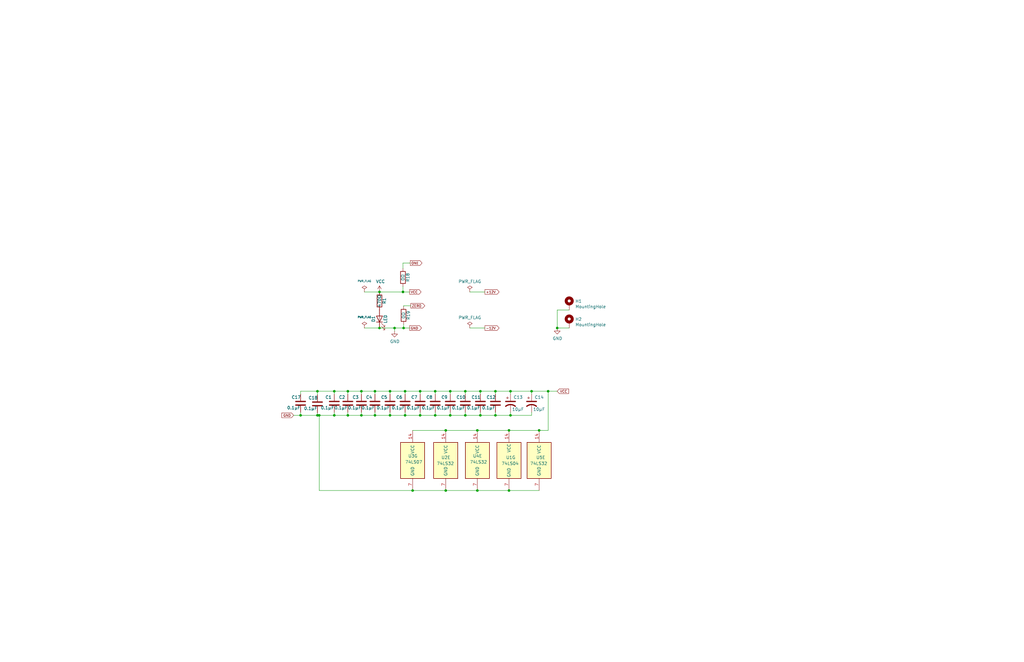
<source format=kicad_sch>
(kicad_sch (version 20211123) (generator eeschema)

  (uuid ac6181ef-0565-4900-88ca-9b4f77429e6d)

  (paper "B")

  (title_block
    (title "Dual ESP32 IO")
    (date "2023-08-06")
    (rev "V1.0")
    (comment 1 "By Dan Werner")
  )

  (lib_symbols
    (symbol "74xx:74LS04" (in_bom yes) (on_board yes)
      (property "Reference" "U" (id 0) (at 0 1.27 0)
        (effects (font (size 1.27 1.27)))
      )
      (property "Value" "74LS04" (id 1) (at 0 -1.27 0)
        (effects (font (size 1.27 1.27)))
      )
      (property "Footprint" "" (id 2) (at 0 0 0)
        (effects (font (size 1.27 1.27)) hide)
      )
      (property "Datasheet" "http://www.ti.com/lit/gpn/sn74LS04" (id 3) (at 0 0 0)
        (effects (font (size 1.27 1.27)) hide)
      )
      (property "ki_locked" "" (id 4) (at 0 0 0)
        (effects (font (size 1.27 1.27)))
      )
      (property "ki_keywords" "TTL not inv" (id 5) (at 0 0 0)
        (effects (font (size 1.27 1.27)) hide)
      )
      (property "ki_description" "Hex Inverter" (id 6) (at 0 0 0)
        (effects (font (size 1.27 1.27)) hide)
      )
      (property "ki_fp_filters" "DIP*W7.62mm* SSOP?14* TSSOP?14*" (id 7) (at 0 0 0)
        (effects (font (size 1.27 1.27)) hide)
      )
      (symbol "74LS04_1_0"
        (polyline
          (pts
            (xy -3.81 3.81)
            (xy -3.81 -3.81)
            (xy 3.81 0)
            (xy -3.81 3.81)
          )
          (stroke (width 0.254) (type default) (color 0 0 0 0))
          (fill (type background))
        )
        (pin input line (at -7.62 0 0) (length 3.81)
          (name "~" (effects (font (size 1.27 1.27))))
          (number "1" (effects (font (size 1.27 1.27))))
        )
        (pin output inverted (at 7.62 0 180) (length 3.81)
          (name "~" (effects (font (size 1.27 1.27))))
          (number "2" (effects (font (size 1.27 1.27))))
        )
      )
      (symbol "74LS04_2_0"
        (polyline
          (pts
            (xy -3.81 3.81)
            (xy -3.81 -3.81)
            (xy 3.81 0)
            (xy -3.81 3.81)
          )
          (stroke (width 0.254) (type default) (color 0 0 0 0))
          (fill (type background))
        )
        (pin input line (at -7.62 0 0) (length 3.81)
          (name "~" (effects (font (size 1.27 1.27))))
          (number "3" (effects (font (size 1.27 1.27))))
        )
        (pin output inverted (at 7.62 0 180) (length 3.81)
          (name "~" (effects (font (size 1.27 1.27))))
          (number "4" (effects (font (size 1.27 1.27))))
        )
      )
      (symbol "74LS04_3_0"
        (polyline
          (pts
            (xy -3.81 3.81)
            (xy -3.81 -3.81)
            (xy 3.81 0)
            (xy -3.81 3.81)
          )
          (stroke (width 0.254) (type default) (color 0 0 0 0))
          (fill (type background))
        )
        (pin input line (at -7.62 0 0) (length 3.81)
          (name "~" (effects (font (size 1.27 1.27))))
          (number "5" (effects (font (size 1.27 1.27))))
        )
        (pin output inverted (at 7.62 0 180) (length 3.81)
          (name "~" (effects (font (size 1.27 1.27))))
          (number "6" (effects (font (size 1.27 1.27))))
        )
      )
      (symbol "74LS04_4_0"
        (polyline
          (pts
            (xy -3.81 3.81)
            (xy -3.81 -3.81)
            (xy 3.81 0)
            (xy -3.81 3.81)
          )
          (stroke (width 0.254) (type default) (color 0 0 0 0))
          (fill (type background))
        )
        (pin output inverted (at 7.62 0 180) (length 3.81)
          (name "~" (effects (font (size 1.27 1.27))))
          (number "8" (effects (font (size 1.27 1.27))))
        )
        (pin input line (at -7.62 0 0) (length 3.81)
          (name "~" (effects (font (size 1.27 1.27))))
          (number "9" (effects (font (size 1.27 1.27))))
        )
      )
      (symbol "74LS04_5_0"
        (polyline
          (pts
            (xy -3.81 3.81)
            (xy -3.81 -3.81)
            (xy 3.81 0)
            (xy -3.81 3.81)
          )
          (stroke (width 0.254) (type default) (color 0 0 0 0))
          (fill (type background))
        )
        (pin output inverted (at 7.62 0 180) (length 3.81)
          (name "~" (effects (font (size 1.27 1.27))))
          (number "10" (effects (font (size 1.27 1.27))))
        )
        (pin input line (at -7.62 0 0) (length 3.81)
          (name "~" (effects (font (size 1.27 1.27))))
          (number "11" (effects (font (size 1.27 1.27))))
        )
      )
      (symbol "74LS04_6_0"
        (polyline
          (pts
            (xy -3.81 3.81)
            (xy -3.81 -3.81)
            (xy 3.81 0)
            (xy -3.81 3.81)
          )
          (stroke (width 0.254) (type default) (color 0 0 0 0))
          (fill (type background))
        )
        (pin output inverted (at 7.62 0 180) (length 3.81)
          (name "~" (effects (font (size 1.27 1.27))))
          (number "12" (effects (font (size 1.27 1.27))))
        )
        (pin input line (at -7.62 0 0) (length 3.81)
          (name "~" (effects (font (size 1.27 1.27))))
          (number "13" (effects (font (size 1.27 1.27))))
        )
      )
      (symbol "74LS04_7_0"
        (pin power_in line (at 0 12.7 270) (length 5.08)
          (name "VCC" (effects (font (size 1.27 1.27))))
          (number "14" (effects (font (size 1.27 1.27))))
        )
        (pin power_in line (at 0 -12.7 90) (length 5.08)
          (name "GND" (effects (font (size 1.27 1.27))))
          (number "7" (effects (font (size 1.27 1.27))))
        )
      )
      (symbol "74LS04_7_1"
        (rectangle (start -5.08 7.62) (end 5.08 -7.62)
          (stroke (width 0.254) (type default) (color 0 0 0 0))
          (fill (type background))
        )
      )
    )
    (symbol "74xx:74LS07" (pin_names (offset 1.016)) (in_bom yes) (on_board yes)
      (property "Reference" "U" (id 0) (at 0 1.27 0)
        (effects (font (size 1.27 1.27)))
      )
      (property "Value" "74LS07" (id 1) (at 0 -1.27 0)
        (effects (font (size 1.27 1.27)))
      )
      (property "Footprint" "" (id 2) (at 0 0 0)
        (effects (font (size 1.27 1.27)) hide)
      )
      (property "Datasheet" "www.ti.com/lit/ds/symlink/sn74ls07.pdf" (id 3) (at 0 0 0)
        (effects (font (size 1.27 1.27)) hide)
      )
      (property "ki_locked" "" (id 4) (at 0 0 0)
        (effects (font (size 1.27 1.27)))
      )
      (property "ki_keywords" "TTL hex buffer OpenCol" (id 5) (at 0 0 0)
        (effects (font (size 1.27 1.27)) hide)
      )
      (property "ki_description" "Hex Buffers and Drivers With Open Collector High Voltage Outputs" (id 6) (at 0 0 0)
        (effects (font (size 1.27 1.27)) hide)
      )
      (property "ki_fp_filters" "SOIC*3.9x8.7mm*P1.27mm* TSSOP*4.4x5mm*P0.65mm* DIP*W7.62mm*" (id 7) (at 0 0 0)
        (effects (font (size 1.27 1.27)) hide)
      )
      (symbol "74LS07_1_0"
        (polyline
          (pts
            (xy -3.81 3.81)
            (xy -3.81 -3.81)
            (xy 3.81 0)
            (xy -3.81 3.81)
          )
          (stroke (width 0.254) (type default) (color 0 0 0 0))
          (fill (type background))
        )
        (pin input line (at -7.62 0 0) (length 3.81)
          (name "~" (effects (font (size 1.27 1.27))))
          (number "1" (effects (font (size 1.27 1.27))))
        )
        (pin open_collector line (at 7.62 0 180) (length 3.81)
          (name "~" (effects (font (size 1.27 1.27))))
          (number "2" (effects (font (size 1.27 1.27))))
        )
      )
      (symbol "74LS07_2_0"
        (polyline
          (pts
            (xy -3.81 3.81)
            (xy -3.81 -3.81)
            (xy 3.81 0)
            (xy -3.81 3.81)
          )
          (stroke (width 0.254) (type default) (color 0 0 0 0))
          (fill (type background))
        )
        (pin input line (at -7.62 0 0) (length 3.81)
          (name "~" (effects (font (size 1.27 1.27))))
          (number "3" (effects (font (size 1.27 1.27))))
        )
        (pin open_collector line (at 7.62 0 180) (length 3.81)
          (name "~" (effects (font (size 1.27 1.27))))
          (number "4" (effects (font (size 1.27 1.27))))
        )
      )
      (symbol "74LS07_3_0"
        (polyline
          (pts
            (xy -3.81 3.81)
            (xy -3.81 -3.81)
            (xy 3.81 0)
            (xy -3.81 3.81)
          )
          (stroke (width 0.254) (type default) (color 0 0 0 0))
          (fill (type background))
        )
        (pin input line (at -7.62 0 0) (length 3.81)
          (name "~" (effects (font (size 1.27 1.27))))
          (number "5" (effects (font (size 1.27 1.27))))
        )
        (pin open_collector line (at 7.62 0 180) (length 3.81)
          (name "~" (effects (font (size 1.27 1.27))))
          (number "6" (effects (font (size 1.27 1.27))))
        )
      )
      (symbol "74LS07_4_0"
        (polyline
          (pts
            (xy -3.81 3.81)
            (xy -3.81 -3.81)
            (xy 3.81 0)
            (xy -3.81 3.81)
          )
          (stroke (width 0.254) (type default) (color 0 0 0 0))
          (fill (type background))
        )
        (pin open_collector line (at 7.62 0 180) (length 3.81)
          (name "~" (effects (font (size 1.27 1.27))))
          (number "8" (effects (font (size 1.27 1.27))))
        )
        (pin input line (at -7.62 0 0) (length 3.81)
          (name "~" (effects (font (size 1.27 1.27))))
          (number "9" (effects (font (size 1.27 1.27))))
        )
      )
      (symbol "74LS07_5_0"
        (polyline
          (pts
            (xy -3.81 3.81)
            (xy -3.81 -3.81)
            (xy 3.81 0)
            (xy -3.81 3.81)
          )
          (stroke (width 0.254) (type default) (color 0 0 0 0))
          (fill (type background))
        )
        (pin open_collector line (at 7.62 0 180) (length 3.81)
          (name "~" (effects (font (size 1.27 1.27))))
          (number "10" (effects (font (size 1.27 1.27))))
        )
        (pin input line (at -7.62 0 0) (length 3.81)
          (name "~" (effects (font (size 1.27 1.27))))
          (number "11" (effects (font (size 1.27 1.27))))
        )
      )
      (symbol "74LS07_6_0"
        (polyline
          (pts
            (xy -3.81 3.81)
            (xy -3.81 -3.81)
            (xy 3.81 0)
            (xy -3.81 3.81)
          )
          (stroke (width 0.254) (type default) (color 0 0 0 0))
          (fill (type background))
        )
        (pin open_collector line (at 7.62 0 180) (length 3.81)
          (name "~" (effects (font (size 1.27 1.27))))
          (number "12" (effects (font (size 1.27 1.27))))
        )
        (pin input line (at -7.62 0 0) (length 3.81)
          (name "~" (effects (font (size 1.27 1.27))))
          (number "13" (effects (font (size 1.27 1.27))))
        )
      )
      (symbol "74LS07_7_0"
        (pin power_in line (at 0 12.7 270) (length 5.08)
          (name "VCC" (effects (font (size 1.27 1.27))))
          (number "14" (effects (font (size 1.27 1.27))))
        )
        (pin power_in line (at 0 -12.7 90) (length 5.08)
          (name "GND" (effects (font (size 1.27 1.27))))
          (number "7" (effects (font (size 1.27 1.27))))
        )
      )
      (symbol "74LS07_7_1"
        (rectangle (start -5.08 7.62) (end 5.08 -7.62)
          (stroke (width 0.254) (type default) (color 0 0 0 0))
          (fill (type background))
        )
      )
    )
    (symbol "74xx:74LS32" (pin_names (offset 1.016)) (in_bom yes) (on_board yes)
      (property "Reference" "U" (id 0) (at 0 1.27 0)
        (effects (font (size 1.27 1.27)))
      )
      (property "Value" "74LS32" (id 1) (at 0 -1.27 0)
        (effects (font (size 1.27 1.27)))
      )
      (property "Footprint" "" (id 2) (at 0 0 0)
        (effects (font (size 1.27 1.27)) hide)
      )
      (property "Datasheet" "http://www.ti.com/lit/gpn/sn74LS32" (id 3) (at 0 0 0)
        (effects (font (size 1.27 1.27)) hide)
      )
      (property "ki_locked" "" (id 4) (at 0 0 0)
        (effects (font (size 1.27 1.27)))
      )
      (property "ki_keywords" "TTL Or2" (id 5) (at 0 0 0)
        (effects (font (size 1.27 1.27)) hide)
      )
      (property "ki_description" "Quad 2-input OR" (id 6) (at 0 0 0)
        (effects (font (size 1.27 1.27)) hide)
      )
      (property "ki_fp_filters" "DIP?14*" (id 7) (at 0 0 0)
        (effects (font (size 1.27 1.27)) hide)
      )
      (symbol "74LS32_1_1"
        (arc (start -3.81 -3.81) (mid -2.589 0) (end -3.81 3.81)
          (stroke (width 0.254) (type default) (color 0 0 0 0))
          (fill (type none))
        )
        (arc (start -0.6096 -3.81) (mid 2.1842 -2.5851) (end 3.81 0)
          (stroke (width 0.254) (type default) (color 0 0 0 0))
          (fill (type background))
        )
        (polyline
          (pts
            (xy -3.81 -3.81)
            (xy -0.635 -3.81)
          )
          (stroke (width 0.254) (type default) (color 0 0 0 0))
          (fill (type background))
        )
        (polyline
          (pts
            (xy -3.81 3.81)
            (xy -0.635 3.81)
          )
          (stroke (width 0.254) (type default) (color 0 0 0 0))
          (fill (type background))
        )
        (polyline
          (pts
            (xy -0.635 3.81)
            (xy -3.81 3.81)
            (xy -3.81 3.81)
            (xy -3.556 3.4036)
            (xy -3.0226 2.2606)
            (xy -2.6924 1.0414)
            (xy -2.6162 -0.254)
            (xy -2.7686 -1.4986)
            (xy -3.175 -2.7178)
            (xy -3.81 -3.81)
            (xy -3.81 -3.81)
            (xy -0.635 -3.81)
          )
          (stroke (width -25.4) (type default) (color 0 0 0 0))
          (fill (type background))
        )
        (arc (start 3.81 0) (mid 2.1915 2.5936) (end -0.6096 3.81)
          (stroke (width 0.254) (type default) (color 0 0 0 0))
          (fill (type background))
        )
        (pin input line (at -7.62 2.54 0) (length 4.318)
          (name "~" (effects (font (size 1.27 1.27))))
          (number "1" (effects (font (size 1.27 1.27))))
        )
        (pin input line (at -7.62 -2.54 0) (length 4.318)
          (name "~" (effects (font (size 1.27 1.27))))
          (number "2" (effects (font (size 1.27 1.27))))
        )
        (pin output line (at 7.62 0 180) (length 3.81)
          (name "~" (effects (font (size 1.27 1.27))))
          (number "3" (effects (font (size 1.27 1.27))))
        )
      )
      (symbol "74LS32_1_2"
        (arc (start 0 -3.81) (mid 3.81 0) (end 0 3.81)
          (stroke (width 0.254) (type default) (color 0 0 0 0))
          (fill (type background))
        )
        (polyline
          (pts
            (xy 0 3.81)
            (xy -3.81 3.81)
            (xy -3.81 -3.81)
            (xy 0 -3.81)
          )
          (stroke (width 0.254) (type default) (color 0 0 0 0))
          (fill (type background))
        )
        (pin input inverted (at -7.62 2.54 0) (length 3.81)
          (name "~" (effects (font (size 1.27 1.27))))
          (number "1" (effects (font (size 1.27 1.27))))
        )
        (pin input inverted (at -7.62 -2.54 0) (length 3.81)
          (name "~" (effects (font (size 1.27 1.27))))
          (number "2" (effects (font (size 1.27 1.27))))
        )
        (pin output inverted (at 7.62 0 180) (length 3.81)
          (name "~" (effects (font (size 1.27 1.27))))
          (number "3" (effects (font (size 1.27 1.27))))
        )
      )
      (symbol "74LS32_2_1"
        (arc (start -3.81 -3.81) (mid -2.589 0) (end -3.81 3.81)
          (stroke (width 0.254) (type default) (color 0 0 0 0))
          (fill (type none))
        )
        (arc (start -0.6096 -3.81) (mid 2.1842 -2.5851) (end 3.81 0)
          (stroke (width 0.254) (type default) (color 0 0 0 0))
          (fill (type background))
        )
        (polyline
          (pts
            (xy -3.81 -3.81)
            (xy -0.635 -3.81)
          )
          (stroke (width 0.254) (type default) (color 0 0 0 0))
          (fill (type background))
        )
        (polyline
          (pts
            (xy -3.81 3.81)
            (xy -0.635 3.81)
          )
          (stroke (width 0.254) (type default) (color 0 0 0 0))
          (fill (type background))
        )
        (polyline
          (pts
            (xy -0.635 3.81)
            (xy -3.81 3.81)
            (xy -3.81 3.81)
            (xy -3.556 3.4036)
            (xy -3.0226 2.2606)
            (xy -2.6924 1.0414)
            (xy -2.6162 -0.254)
            (xy -2.7686 -1.4986)
            (xy -3.175 -2.7178)
            (xy -3.81 -3.81)
            (xy -3.81 -3.81)
            (xy -0.635 -3.81)
          )
          (stroke (width -25.4) (type default) (color 0 0 0 0))
          (fill (type background))
        )
        (arc (start 3.81 0) (mid 2.1915 2.5936) (end -0.6096 3.81)
          (stroke (width 0.254) (type default) (color 0 0 0 0))
          (fill (type background))
        )
        (pin input line (at -7.62 2.54 0) (length 4.318)
          (name "~" (effects (font (size 1.27 1.27))))
          (number "4" (effects (font (size 1.27 1.27))))
        )
        (pin input line (at -7.62 -2.54 0) (length 4.318)
          (name "~" (effects (font (size 1.27 1.27))))
          (number "5" (effects (font (size 1.27 1.27))))
        )
        (pin output line (at 7.62 0 180) (length 3.81)
          (name "~" (effects (font (size 1.27 1.27))))
          (number "6" (effects (font (size 1.27 1.27))))
        )
      )
      (symbol "74LS32_2_2"
        (arc (start 0 -3.81) (mid 3.81 0) (end 0 3.81)
          (stroke (width 0.254) (type default) (color 0 0 0 0))
          (fill (type background))
        )
        (polyline
          (pts
            (xy 0 3.81)
            (xy -3.81 3.81)
            (xy -3.81 -3.81)
            (xy 0 -3.81)
          )
          (stroke (width 0.254) (type default) (color 0 0 0 0))
          (fill (type background))
        )
        (pin input inverted (at -7.62 2.54 0) (length 3.81)
          (name "~" (effects (font (size 1.27 1.27))))
          (number "4" (effects (font (size 1.27 1.27))))
        )
        (pin input inverted (at -7.62 -2.54 0) (length 3.81)
          (name "~" (effects (font (size 1.27 1.27))))
          (number "5" (effects (font (size 1.27 1.27))))
        )
        (pin output inverted (at 7.62 0 180) (length 3.81)
          (name "~" (effects (font (size 1.27 1.27))))
          (number "6" (effects (font (size 1.27 1.27))))
        )
      )
      (symbol "74LS32_3_1"
        (arc (start -3.81 -3.81) (mid -2.589 0) (end -3.81 3.81)
          (stroke (width 0.254) (type default) (color 0 0 0 0))
          (fill (type none))
        )
        (arc (start -0.6096 -3.81) (mid 2.1842 -2.5851) (end 3.81 0)
          (stroke (width 0.254) (type default) (color 0 0 0 0))
          (fill (type background))
        )
        (polyline
          (pts
            (xy -3.81 -3.81)
            (xy -0.635 -3.81)
          )
          (stroke (width 0.254) (type default) (color 0 0 0 0))
          (fill (type background))
        )
        (polyline
          (pts
            (xy -3.81 3.81)
            (xy -0.635 3.81)
          )
          (stroke (width 0.254) (type default) (color 0 0 0 0))
          (fill (type background))
        )
        (polyline
          (pts
            (xy -0.635 3.81)
            (xy -3.81 3.81)
            (xy -3.81 3.81)
            (xy -3.556 3.4036)
            (xy -3.0226 2.2606)
            (xy -2.6924 1.0414)
            (xy -2.6162 -0.254)
            (xy -2.7686 -1.4986)
            (xy -3.175 -2.7178)
            (xy -3.81 -3.81)
            (xy -3.81 -3.81)
            (xy -0.635 -3.81)
          )
          (stroke (width -25.4) (type default) (color 0 0 0 0))
          (fill (type background))
        )
        (arc (start 3.81 0) (mid 2.1915 2.5936) (end -0.6096 3.81)
          (stroke (width 0.254) (type default) (color 0 0 0 0))
          (fill (type background))
        )
        (pin input line (at -7.62 -2.54 0) (length 4.318)
          (name "~" (effects (font (size 1.27 1.27))))
          (number "10" (effects (font (size 1.27 1.27))))
        )
        (pin output line (at 7.62 0 180) (length 3.81)
          (name "~" (effects (font (size 1.27 1.27))))
          (number "8" (effects (font (size 1.27 1.27))))
        )
        (pin input line (at -7.62 2.54 0) (length 4.318)
          (name "~" (effects (font (size 1.27 1.27))))
          (number "9" (effects (font (size 1.27 1.27))))
        )
      )
      (symbol "74LS32_3_2"
        (arc (start 0 -3.81) (mid 3.81 0) (end 0 3.81)
          (stroke (width 0.254) (type default) (color 0 0 0 0))
          (fill (type background))
        )
        (polyline
          (pts
            (xy 0 3.81)
            (xy -3.81 3.81)
            (xy -3.81 -3.81)
            (xy 0 -3.81)
          )
          (stroke (width 0.254) (type default) (color 0 0 0 0))
          (fill (type background))
        )
        (pin input inverted (at -7.62 -2.54 0) (length 3.81)
          (name "~" (effects (font (size 1.27 1.27))))
          (number "10" (effects (font (size 1.27 1.27))))
        )
        (pin output inverted (at 7.62 0 180) (length 3.81)
          (name "~" (effects (font (size 1.27 1.27))))
          (number "8" (effects (font (size 1.27 1.27))))
        )
        (pin input inverted (at -7.62 2.54 0) (length 3.81)
          (name "~" (effects (font (size 1.27 1.27))))
          (number "9" (effects (font (size 1.27 1.27))))
        )
      )
      (symbol "74LS32_4_1"
        (arc (start -3.81 -3.81) (mid -2.589 0) (end -3.81 3.81)
          (stroke (width 0.254) (type default) (color 0 0 0 0))
          (fill (type none))
        )
        (arc (start -0.6096 -3.81) (mid 2.1842 -2.5851) (end 3.81 0)
          (stroke (width 0.254) (type default) (color 0 0 0 0))
          (fill (type background))
        )
        (polyline
          (pts
            (xy -3.81 -3.81)
            (xy -0.635 -3.81)
          )
          (stroke (width 0.254) (type default) (color 0 0 0 0))
          (fill (type background))
        )
        (polyline
          (pts
            (xy -3.81 3.81)
            (xy -0.635 3.81)
          )
          (stroke (width 0.254) (type default) (color 0 0 0 0))
          (fill (type background))
        )
        (polyline
          (pts
            (xy -0.635 3.81)
            (xy -3.81 3.81)
            (xy -3.81 3.81)
            (xy -3.556 3.4036)
            (xy -3.0226 2.2606)
            (xy -2.6924 1.0414)
            (xy -2.6162 -0.254)
            (xy -2.7686 -1.4986)
            (xy -3.175 -2.7178)
            (xy -3.81 -3.81)
            (xy -3.81 -3.81)
            (xy -0.635 -3.81)
          )
          (stroke (width -25.4) (type default) (color 0 0 0 0))
          (fill (type background))
        )
        (arc (start 3.81 0) (mid 2.1915 2.5936) (end -0.6096 3.81)
          (stroke (width 0.254) (type default) (color 0 0 0 0))
          (fill (type background))
        )
        (pin output line (at 7.62 0 180) (length 3.81)
          (name "~" (effects (font (size 1.27 1.27))))
          (number "11" (effects (font (size 1.27 1.27))))
        )
        (pin input line (at -7.62 2.54 0) (length 4.318)
          (name "~" (effects (font (size 1.27 1.27))))
          (number "12" (effects (font (size 1.27 1.27))))
        )
        (pin input line (at -7.62 -2.54 0) (length 4.318)
          (name "~" (effects (font (size 1.27 1.27))))
          (number "13" (effects (font (size 1.27 1.27))))
        )
      )
      (symbol "74LS32_4_2"
        (arc (start 0 -3.81) (mid 3.81 0) (end 0 3.81)
          (stroke (width 0.254) (type default) (color 0 0 0 0))
          (fill (type background))
        )
        (polyline
          (pts
            (xy 0 3.81)
            (xy -3.81 3.81)
            (xy -3.81 -3.81)
            (xy 0 -3.81)
          )
          (stroke (width 0.254) (type default) (color 0 0 0 0))
          (fill (type background))
        )
        (pin output inverted (at 7.62 0 180) (length 3.81)
          (name "~" (effects (font (size 1.27 1.27))))
          (number "11" (effects (font (size 1.27 1.27))))
        )
        (pin input inverted (at -7.62 2.54 0) (length 3.81)
          (name "~" (effects (font (size 1.27 1.27))))
          (number "12" (effects (font (size 1.27 1.27))))
        )
        (pin input inverted (at -7.62 -2.54 0) (length 3.81)
          (name "~" (effects (font (size 1.27 1.27))))
          (number "13" (effects (font (size 1.27 1.27))))
        )
      )
      (symbol "74LS32_5_0"
        (pin power_in line (at 0 12.7 270) (length 5.08)
          (name "VCC" (effects (font (size 1.27 1.27))))
          (number "14" (effects (font (size 1.27 1.27))))
        )
        (pin power_in line (at 0 -12.7 90) (length 5.08)
          (name "GND" (effects (font (size 1.27 1.27))))
          (number "7" (effects (font (size 1.27 1.27))))
        )
      )
      (symbol "74LS32_5_1"
        (rectangle (start -5.08 7.62) (end 5.08 -7.62)
          (stroke (width 0.254) (type default) (color 0 0 0 0))
          (fill (type background))
        )
      )
    )
    (symbol "Device:C" (pin_numbers hide) (pin_names (offset 0.254)) (in_bom yes) (on_board yes)
      (property "Reference" "C" (id 0) (at 0.635 2.54 0)
        (effects (font (size 1.27 1.27)) (justify left))
      )
      (property "Value" "C" (id 1) (at 0.635 -2.54 0)
        (effects (font (size 1.27 1.27)) (justify left))
      )
      (property "Footprint" "" (id 2) (at 0.9652 -3.81 0)
        (effects (font (size 1.27 1.27)) hide)
      )
      (property "Datasheet" "~" (id 3) (at 0 0 0)
        (effects (font (size 1.27 1.27)) hide)
      )
      (property "ki_keywords" "cap capacitor" (id 4) (at 0 0 0)
        (effects (font (size 1.27 1.27)) hide)
      )
      (property "ki_description" "Unpolarized capacitor" (id 5) (at 0 0 0)
        (effects (font (size 1.27 1.27)) hide)
      )
      (property "ki_fp_filters" "C_*" (id 6) (at 0 0 0)
        (effects (font (size 1.27 1.27)) hide)
      )
      (symbol "C_0_1"
        (polyline
          (pts
            (xy -2.032 -0.762)
            (xy 2.032 -0.762)
          )
          (stroke (width 0.508) (type default) (color 0 0 0 0))
          (fill (type none))
        )
        (polyline
          (pts
            (xy -2.032 0.762)
            (xy 2.032 0.762)
          )
          (stroke (width 0.508) (type default) (color 0 0 0 0))
          (fill (type none))
        )
      )
      (symbol "C_1_1"
        (pin passive line (at 0 3.81 270) (length 2.794)
          (name "~" (effects (font (size 1.27 1.27))))
          (number "1" (effects (font (size 1.27 1.27))))
        )
        (pin passive line (at 0 -3.81 90) (length 2.794)
          (name "~" (effects (font (size 1.27 1.27))))
          (number "2" (effects (font (size 1.27 1.27))))
        )
      )
    )
    (symbol "Device:C_Polarized_US" (pin_numbers hide) (pin_names (offset 0.254) hide) (in_bom yes) (on_board yes)
      (property "Reference" "C" (id 0) (at 0.635 2.54 0)
        (effects (font (size 1.27 1.27)) (justify left))
      )
      (property "Value" "C_Polarized_US" (id 1) (at 0.635 -2.54 0)
        (effects (font (size 1.27 1.27)) (justify left))
      )
      (property "Footprint" "" (id 2) (at 0 0 0)
        (effects (font (size 1.27 1.27)) hide)
      )
      (property "Datasheet" "~" (id 3) (at 0 0 0)
        (effects (font (size 1.27 1.27)) hide)
      )
      (property "ki_keywords" "cap capacitor" (id 4) (at 0 0 0)
        (effects (font (size 1.27 1.27)) hide)
      )
      (property "ki_description" "Polarized capacitor, US symbol" (id 5) (at 0 0 0)
        (effects (font (size 1.27 1.27)) hide)
      )
      (property "ki_fp_filters" "CP_*" (id 6) (at 0 0 0)
        (effects (font (size 1.27 1.27)) hide)
      )
      (symbol "C_Polarized_US_0_1"
        (polyline
          (pts
            (xy -2.032 0.762)
            (xy 2.032 0.762)
          )
          (stroke (width 0.508) (type default) (color 0 0 0 0))
          (fill (type none))
        )
        (polyline
          (pts
            (xy -1.778 2.286)
            (xy -0.762 2.286)
          )
          (stroke (width 0) (type default) (color 0 0 0 0))
          (fill (type none))
        )
        (polyline
          (pts
            (xy -1.27 1.778)
            (xy -1.27 2.794)
          )
          (stroke (width 0) (type default) (color 0 0 0 0))
          (fill (type none))
        )
        (arc (start 2.032 -1.27) (mid 0 -0.5572) (end -2.032 -1.27)
          (stroke (width 0.508) (type default) (color 0 0 0 0))
          (fill (type none))
        )
      )
      (symbol "C_Polarized_US_1_1"
        (pin passive line (at 0 3.81 270) (length 2.794)
          (name "~" (effects (font (size 1.27 1.27))))
          (number "1" (effects (font (size 1.27 1.27))))
        )
        (pin passive line (at 0 -3.81 90) (length 3.302)
          (name "~" (effects (font (size 1.27 1.27))))
          (number "2" (effects (font (size 1.27 1.27))))
        )
      )
    )
    (symbol "Device:LED" (pin_numbers hide) (pin_names (offset 1.016) hide) (in_bom yes) (on_board yes)
      (property "Reference" "D" (id 0) (at 0 2.54 0)
        (effects (font (size 1.27 1.27)))
      )
      (property "Value" "LED" (id 1) (at 0 -2.54 0)
        (effects (font (size 1.27 1.27)))
      )
      (property "Footprint" "" (id 2) (at 0 0 0)
        (effects (font (size 1.27 1.27)) hide)
      )
      (property "Datasheet" "~" (id 3) (at 0 0 0)
        (effects (font (size 1.27 1.27)) hide)
      )
      (property "ki_keywords" "LED diode" (id 4) (at 0 0 0)
        (effects (font (size 1.27 1.27)) hide)
      )
      (property "ki_description" "Light emitting diode" (id 5) (at 0 0 0)
        (effects (font (size 1.27 1.27)) hide)
      )
      (property "ki_fp_filters" "LED* LED_SMD:* LED_THT:*" (id 6) (at 0 0 0)
        (effects (font (size 1.27 1.27)) hide)
      )
      (symbol "LED_0_1"
        (polyline
          (pts
            (xy -1.27 -1.27)
            (xy -1.27 1.27)
          )
          (stroke (width 0.254) (type default) (color 0 0 0 0))
          (fill (type none))
        )
        (polyline
          (pts
            (xy -1.27 0)
            (xy 1.27 0)
          )
          (stroke (width 0) (type default) (color 0 0 0 0))
          (fill (type none))
        )
        (polyline
          (pts
            (xy 1.27 -1.27)
            (xy 1.27 1.27)
            (xy -1.27 0)
            (xy 1.27 -1.27)
          )
          (stroke (width 0.254) (type default) (color 0 0 0 0))
          (fill (type none))
        )
        (polyline
          (pts
            (xy -3.048 -0.762)
            (xy -4.572 -2.286)
            (xy -3.81 -2.286)
            (xy -4.572 -2.286)
            (xy -4.572 -1.524)
          )
          (stroke (width 0) (type default) (color 0 0 0 0))
          (fill (type none))
        )
        (polyline
          (pts
            (xy -1.778 -0.762)
            (xy -3.302 -2.286)
            (xy -2.54 -2.286)
            (xy -3.302 -2.286)
            (xy -3.302 -1.524)
          )
          (stroke (width 0) (type default) (color 0 0 0 0))
          (fill (type none))
        )
      )
      (symbol "LED_1_1"
        (pin passive line (at -3.81 0 0) (length 2.54)
          (name "K" (effects (font (size 1.27 1.27))))
          (number "1" (effects (font (size 1.27 1.27))))
        )
        (pin passive line (at 3.81 0 180) (length 2.54)
          (name "A" (effects (font (size 1.27 1.27))))
          (number "2" (effects (font (size 1.27 1.27))))
        )
      )
    )
    (symbol "Device:R" (pin_numbers hide) (pin_names (offset 0)) (in_bom yes) (on_board yes)
      (property "Reference" "R" (id 0) (at 2.032 0 90)
        (effects (font (size 1.27 1.27)))
      )
      (property "Value" "R" (id 1) (at 0 0 90)
        (effects (font (size 1.27 1.27)))
      )
      (property "Footprint" "" (id 2) (at -1.778 0 90)
        (effects (font (size 1.27 1.27)) hide)
      )
      (property "Datasheet" "~" (id 3) (at 0 0 0)
        (effects (font (size 1.27 1.27)) hide)
      )
      (property "ki_keywords" "R res resistor" (id 4) (at 0 0 0)
        (effects (font (size 1.27 1.27)) hide)
      )
      (property "ki_description" "Resistor" (id 5) (at 0 0 0)
        (effects (font (size 1.27 1.27)) hide)
      )
      (property "ki_fp_filters" "R_*" (id 6) (at 0 0 0)
        (effects (font (size 1.27 1.27)) hide)
      )
      (symbol "R_0_1"
        (rectangle (start -1.016 -2.54) (end 1.016 2.54)
          (stroke (width 0.254) (type default) (color 0 0 0 0))
          (fill (type none))
        )
      )
      (symbol "R_1_1"
        (pin passive line (at 0 3.81 270) (length 1.27)
          (name "~" (effects (font (size 1.27 1.27))))
          (number "1" (effects (font (size 1.27 1.27))))
        )
        (pin passive line (at 0 -3.81 90) (length 1.27)
          (name "~" (effects (font (size 1.27 1.27))))
          (number "2" (effects (font (size 1.27 1.27))))
        )
      )
    )
    (symbol "Mechanical:MountingHole_Pad" (pin_numbers hide) (pin_names (offset 1.016) hide) (in_bom yes) (on_board yes)
      (property "Reference" "H" (id 0) (at 0 6.35 0)
        (effects (font (size 1.27 1.27)))
      )
      (property "Value" "MountingHole_Pad" (id 1) (at 0 4.445 0)
        (effects (font (size 1.27 1.27)))
      )
      (property "Footprint" "" (id 2) (at 0 0 0)
        (effects (font (size 1.27 1.27)) hide)
      )
      (property "Datasheet" "~" (id 3) (at 0 0 0)
        (effects (font (size 1.27 1.27)) hide)
      )
      (property "ki_keywords" "mounting hole" (id 4) (at 0 0 0)
        (effects (font (size 1.27 1.27)) hide)
      )
      (property "ki_description" "Mounting Hole with connection" (id 5) (at 0 0 0)
        (effects (font (size 1.27 1.27)) hide)
      )
      (property "ki_fp_filters" "MountingHole*Pad*" (id 6) (at 0 0 0)
        (effects (font (size 1.27 1.27)) hide)
      )
      (symbol "MountingHole_Pad_0_1"
        (circle (center 0 1.27) (radius 1.27)
          (stroke (width 1.27) (type default) (color 0 0 0 0))
          (fill (type none))
        )
      )
      (symbol "MountingHole_Pad_1_1"
        (pin input line (at 0 -2.54 90) (length 2.54)
          (name "1" (effects (font (size 1.27 1.27))))
          (number "1" (effects (font (size 1.27 1.27))))
        )
      )
    )
    (symbol "power:GND" (power) (pin_names (offset 0)) (in_bom yes) (on_board yes)
      (property "Reference" "#PWR" (id 0) (at 0 -6.35 0)
        (effects (font (size 1.27 1.27)) hide)
      )
      (property "Value" "GND" (id 1) (at 0 -3.81 0)
        (effects (font (size 1.27 1.27)))
      )
      (property "Footprint" "" (id 2) (at 0 0 0)
        (effects (font (size 1.27 1.27)) hide)
      )
      (property "Datasheet" "" (id 3) (at 0 0 0)
        (effects (font (size 1.27 1.27)) hide)
      )
      (property "ki_keywords" "global power" (id 4) (at 0 0 0)
        (effects (font (size 1.27 1.27)) hide)
      )
      (property "ki_description" "Power symbol creates a global label with name \"GND\" , ground" (id 5) (at 0 0 0)
        (effects (font (size 1.27 1.27)) hide)
      )
      (symbol "GND_0_1"
        (polyline
          (pts
            (xy 0 0)
            (xy 0 -1.27)
            (xy 1.27 -1.27)
            (xy 0 -2.54)
            (xy -1.27 -1.27)
            (xy 0 -1.27)
          )
          (stroke (width 0) (type default) (color 0 0 0 0))
          (fill (type none))
        )
      )
      (symbol "GND_1_1"
        (pin power_in line (at 0 0 270) (length 0) hide
          (name "GND" (effects (font (size 1.27 1.27))))
          (number "1" (effects (font (size 1.27 1.27))))
        )
      )
    )
    (symbol "power:PWR_FLAG" (power) (pin_numbers hide) (pin_names (offset 0) hide) (in_bom yes) (on_board yes)
      (property "Reference" "#FLG" (id 0) (at 0 1.905 0)
        (effects (font (size 1.27 1.27)) hide)
      )
      (property "Value" "PWR_FLAG" (id 1) (at 0 3.81 0)
        (effects (font (size 1.27 1.27)))
      )
      (property "Footprint" "" (id 2) (at 0 0 0)
        (effects (font (size 1.27 1.27)) hide)
      )
      (property "Datasheet" "~" (id 3) (at 0 0 0)
        (effects (font (size 1.27 1.27)) hide)
      )
      (property "ki_keywords" "flag power" (id 4) (at 0 0 0)
        (effects (font (size 1.27 1.27)) hide)
      )
      (property "ki_description" "Special symbol for telling ERC where power comes from" (id 5) (at 0 0 0)
        (effects (font (size 1.27 1.27)) hide)
      )
      (symbol "PWR_FLAG_0_0"
        (pin power_out line (at 0 0 90) (length 0)
          (name "pwr" (effects (font (size 1.27 1.27))))
          (number "1" (effects (font (size 1.27 1.27))))
        )
      )
      (symbol "PWR_FLAG_0_1"
        (polyline
          (pts
            (xy 0 0)
            (xy 0 1.27)
            (xy -1.016 1.905)
            (xy 0 2.54)
            (xy 1.016 1.905)
            (xy 0 1.27)
          )
          (stroke (width 0) (type default) (color 0 0 0 0))
          (fill (type none))
        )
      )
    )
    (symbol "power:VCC" (power) (pin_names (offset 0)) (in_bom yes) (on_board yes)
      (property "Reference" "#PWR" (id 0) (at 0 -3.81 0)
        (effects (font (size 1.27 1.27)) hide)
      )
      (property "Value" "VCC" (id 1) (at 0 3.81 0)
        (effects (font (size 1.27 1.27)))
      )
      (property "Footprint" "" (id 2) (at 0 0 0)
        (effects (font (size 1.27 1.27)) hide)
      )
      (property "Datasheet" "" (id 3) (at 0 0 0)
        (effects (font (size 1.27 1.27)) hide)
      )
      (property "ki_keywords" "global power" (id 4) (at 0 0 0)
        (effects (font (size 1.27 1.27)) hide)
      )
      (property "ki_description" "Power symbol creates a global label with name \"VCC\"" (id 5) (at 0 0 0)
        (effects (font (size 1.27 1.27)) hide)
      )
      (symbol "VCC_0_1"
        (polyline
          (pts
            (xy -0.762 1.27)
            (xy 0 2.54)
          )
          (stroke (width 0) (type default) (color 0 0 0 0))
          (fill (type none))
        )
        (polyline
          (pts
            (xy 0 0)
            (xy 0 2.54)
          )
          (stroke (width 0) (type default) (color 0 0 0 0))
          (fill (type none))
        )
        (polyline
          (pts
            (xy 0 2.54)
            (xy 0.762 1.27)
          )
          (stroke (width 0) (type default) (color 0 0 0 0))
          (fill (type none))
        )
      )
      (symbol "VCC_1_1"
        (pin power_in line (at 0 0 90) (length 0) hide
          (name "VCC" (effects (font (size 1.27 1.27))))
          (number "1" (effects (font (size 1.27 1.27))))
        )
      )
    )
  )

  (junction (at 189.865 165.1) (diameter 0) (color 0 0 0 0)
    (uuid 0469e298-f14d-43c0-86d8-3be23cf5ccc1)
  )
  (junction (at 170.815 165.1) (diameter 0) (color 0 0 0 0)
    (uuid 0b94e915-4d21-4096-9b5f-7ede5ef5c72d)
  )
  (junction (at 164.465 175.26) (diameter 0) (color 0 0 0 0)
    (uuid 12c17a10-b322-4c82-91f4-33de5c398655)
  )
  (junction (at 202.565 175.26) (diameter 0) (color 0 0 0 0)
    (uuid 16e09140-fffe-499a-a358-e27d6fd0aadc)
  )
  (junction (at 187.96 207.01) (diameter 0) (color 0 0 0 0)
    (uuid 24ebf2f2-838c-4f8b-af74-c526f7730900)
  )
  (junction (at 187.96 181.61) (diameter 0) (color 0 0 0 0)
    (uuid 2f4debab-c0bc-4651-aee3-980fa701d585)
  )
  (junction (at 201.295 181.61) (diameter 0) (color 0 0 0 0)
    (uuid 310acda6-42b7-4c10-ade2-981518880962)
  )
  (junction (at 146.685 175.26) (diameter 0) (color 0 0 0 0)
    (uuid 34f06149-5bf0-4e6e-96fd-e723d5326243)
  )
  (junction (at 208.915 175.26) (diameter 0) (color 0 0 0 0)
    (uuid 3c27519c-2228-42b4-a20c-f1b3a0b92073)
  )
  (junction (at 173.99 207.01) (diameter 0) (color 0 0 0 0)
    (uuid 3c857f97-68dd-42eb-a32b-57489c12fed7)
  )
  (junction (at 164.465 165.1) (diameter 0) (color 0 0 0 0)
    (uuid 3e4e0bba-00dc-4382-8fd3-26b982bb3ef0)
  )
  (junction (at 215.265 165.1) (diameter 0) (color 0 0 0 0)
    (uuid 414b0e44-1f18-430e-b5a9-62331ec6bcef)
  )
  (junction (at 227.33 181.61) (diameter 0) (color 0 0 0 0)
    (uuid 43e722e0-3e9a-41d7-9c65-328020ebd003)
  )
  (junction (at 146.685 165.1) (diameter 0) (color 0 0 0 0)
    (uuid 505865d7-c201-4f3a-9998-cd5a84c6f6e2)
  )
  (junction (at 196.215 165.1) (diameter 0) (color 0 0 0 0)
    (uuid 50c7e3e2-880f-4f3c-8fad-15c7d4c6864c)
  )
  (junction (at 215.265 175.26) (diameter 0) (color 0 0 0 0)
    (uuid 5de74208-1563-4b76-93dc-1089197053fb)
  )
  (junction (at 140.97 165.1) (diameter 0) (color 0 0 0 0)
    (uuid 61fe0e98-8ca3-4a7a-a4db-de503cf2108f)
  )
  (junction (at 214.63 181.61) (diameter 0) (color 0 0 0 0)
    (uuid 64ed173e-4761-4ebf-9b7b-639e1036b724)
  )
  (junction (at 166.37 138.43) (diameter 0) (color 0 0 0 0)
    (uuid 667f1d4a-03a2-44a2-8ba6-2c38a961a09b)
  )
  (junction (at 158.115 175.26) (diameter 0) (color 0 0 0 0)
    (uuid 69d04114-3184-43f4-8fe7-d97aced371b5)
  )
  (junction (at 234.95 138.43) (diameter 0) (color 0 0 0 0)
    (uuid 6bc466c6-3221-4478-b91e-afb3dce6295f)
  )
  (junction (at 183.515 175.26) (diameter 0) (color 0 0 0 0)
    (uuid 6d5656bc-d37f-4a47-bf8e-a0076b0b3458)
  )
  (junction (at 158.115 165.1) (diameter 0) (color 0 0 0 0)
    (uuid 7701f471-5134-43df-b244-83e22c37b087)
  )
  (junction (at 140.97 175.26) (diameter 0) (color 0 0 0 0)
    (uuid 7fe60935-9eab-4c98-a695-300718f9ec97)
  )
  (junction (at 183.515 165.1) (diameter 0) (color 0 0 0 0)
    (uuid 820acd3f-cdb6-4ecf-9d08-afeb29733908)
  )
  (junction (at 196.215 175.26) (diameter 0) (color 0 0 0 0)
    (uuid 8c170566-3ccb-4dee-aa20-4b92be13a87f)
  )
  (junction (at 169.926 123.19) (diameter 0) (color 0 0 0 0)
    (uuid a17458e0-eee4-4f6a-9cb5-728d6cb4037e)
  )
  (junction (at 152.4 165.1) (diameter 0) (color 0 0 0 0)
    (uuid ae884a02-ae3e-49bc-9f5b-e11e27bf81cf)
  )
  (junction (at 201.295 207.01) (diameter 0) (color 0 0 0 0)
    (uuid ae9cc29c-6d6d-40d8-8b71-35cb246f0af2)
  )
  (junction (at 202.565 165.1) (diameter 0) (color 0 0 0 0)
    (uuid ba002640-b394-420d-87fa-0d83992498ac)
  )
  (junction (at 170.815 175.26) (diameter 0) (color 0 0 0 0)
    (uuid bc022dd9-15d7-4873-b1d4-c5d41c26cea5)
  )
  (junction (at 160.02 123.19) (diameter 0) (color 0 0 0 0)
    (uuid c1f39a8a-55ab-40cd-b081-86c4241d5ab6)
  )
  (junction (at 177.165 165.1) (diameter 0) (color 0 0 0 0)
    (uuid c57767eb-9e1e-4b19-b176-de42acaf7a12)
  )
  (junction (at 231.14 165.1) (diameter 0) (color 0 0 0 0)
    (uuid c6d2ada4-d991-42a2-9a90-feeeef87e2b5)
  )
  (junction (at 224.155 165.1) (diameter 0) (color 0 0 0 0)
    (uuid c6e15902-dc27-4289-8a3f-257cbed11993)
  )
  (junction (at 133.858 165.1) (diameter 0) (color 0 0 0 0)
    (uuid cbe0d836-108e-42d3-84d9-4bca0d960ba2)
  )
  (junction (at 214.63 207.01) (diameter 0) (color 0 0 0 0)
    (uuid d2319f98-d24d-4d95-a059-fbccb0940f07)
  )
  (junction (at 133.858 175.26) (diameter 0) (color 0 0 0 0)
    (uuid d833dde8-8f10-4c69-bb83-531c569a48dd)
  )
  (junction (at 152.4 175.26) (diameter 0) (color 0 0 0 0)
    (uuid e11676e5-5863-4772-a6c7-4c420f8497be)
  )
  (junction (at 177.165 175.26) (diameter 0) (color 0 0 0 0)
    (uuid e89ecb6f-bc87-4a03-bdbb-6f300ba31418)
  )
  (junction (at 208.915 165.1) (diameter 0) (color 0 0 0 0)
    (uuid e9e1e608-b743-412c-b43a-ae26f87e1b90)
  )
  (junction (at 134.62 175.26) (diameter 0) (color 0 0 0 0)
    (uuid f21e85f4-093f-41c4-b0f8-330559ebbf65)
  )
  (junction (at 170.18 138.43) (diameter 0) (color 0 0 0 0)
    (uuid f32472fb-9d67-48fb-b92f-8155a53e2ebd)
  )
  (junction (at 189.865 175.26) (diameter 0) (color 0 0 0 0)
    (uuid f6533648-fdaf-4060-8fd6-44efb2e787f1)
  )
  (junction (at 160.02 138.43) (diameter 0) (color 0 0 0 0)
    (uuid f6e5741c-c432-4cdc-beb3-1cb35169459d)
  )
  (junction (at 126.746 175.26) (diameter 0) (color 0 0 0 0)
    (uuid fd1341ff-3660-4db8-8d38-b5a4fbe7566e)
  )

  (wire (pts (xy 215.265 173.99) (xy 215.265 175.26))
    (stroke (width 0) (type default) (color 0 0 0 0))
    (uuid 006b3ec3-784e-48bc-9768-b3b3b5c7c747)
  )
  (wire (pts (xy 133.858 165.1) (xy 133.858 166.624))
    (stroke (width 0) (type default) (color 0 0 0 0))
    (uuid 09dcf449-002e-4fd0-ad0c-a65890a19d4e)
  )
  (wire (pts (xy 196.215 165.1) (xy 196.215 166.37))
    (stroke (width 0) (type default) (color 0 0 0 0))
    (uuid 0d9f756e-79d6-47ea-b71b-99568fa6667f)
  )
  (wire (pts (xy 158.115 165.1) (xy 164.465 165.1))
    (stroke (width 0) (type default) (color 0 0 0 0))
    (uuid 0ed0af41-27ae-41e4-8c47-cdb75c027dda)
  )
  (wire (pts (xy 140.97 173.99) (xy 140.97 175.26))
    (stroke (width 0) (type default) (color 0 0 0 0))
    (uuid 0f7e37d3-27f3-49a0-a8df-b388b6ed5cb1)
  )
  (wire (pts (xy 183.515 165.1) (xy 183.515 166.37))
    (stroke (width 0) (type default) (color 0 0 0 0))
    (uuid 12cc2ec3-5092-4625-8e5c-8b1cb879869c)
  )
  (wire (pts (xy 140.97 165.1) (xy 133.858 165.1))
    (stroke (width 0) (type default) (color 0 0 0 0))
    (uuid 152495f6-6c0b-4282-8cc7-e1e58b5c2c03)
  )
  (wire (pts (xy 177.165 175.26) (xy 183.515 175.26))
    (stroke (width 0) (type default) (color 0 0 0 0))
    (uuid 19e1e8db-b2a8-4c35-a4d8-b0b16ebb94bc)
  )
  (wire (pts (xy 201.295 181.61) (xy 214.63 181.61))
    (stroke (width 0) (type default) (color 0 0 0 0))
    (uuid 1a26a16d-5011-4c73-ac67-d2ec134e6a35)
  )
  (wire (pts (xy 196.215 165.1) (xy 202.565 165.1))
    (stroke (width 0) (type default) (color 0 0 0 0))
    (uuid 1b0f282e-54b0-44c1-8388-0fe17adf69b8)
  )
  (wire (pts (xy 189.865 165.1) (xy 196.215 165.1))
    (stroke (width 0) (type default) (color 0 0 0 0))
    (uuid 1ea26918-9b16-4af8-a481-962ed53da8cf)
  )
  (wire (pts (xy 146.685 175.26) (xy 152.4 175.26))
    (stroke (width 0) (type default) (color 0 0 0 0))
    (uuid 2000a816-edf7-480f-8b62-a42d641b6a84)
  )
  (wire (pts (xy 170.18 129.032) (xy 173.228 129.032))
    (stroke (width 0) (type default) (color 0 0 0 0))
    (uuid 22e63dce-838e-4c1f-8b91-d45ddece5bcd)
  )
  (wire (pts (xy 160.02 138.43) (xy 166.37 138.43))
    (stroke (width 0) (type default) (color 0 0 0 0))
    (uuid 2614ad2f-6e08-40a5-b5f1-0f1facff740f)
  )
  (wire (pts (xy 160.02 123.19) (xy 153.67 123.19))
    (stroke (width 0) (type default) (color 0 0 0 0))
    (uuid 26d73016-94d8-48d8-adf6-32f07c564ef7)
  )
  (wire (pts (xy 177.165 173.99) (xy 177.165 175.26))
    (stroke (width 0) (type default) (color 0 0 0 0))
    (uuid 29472eb6-6ab3-4fab-a172-6acc5c76b678)
  )
  (wire (pts (xy 158.115 173.99) (xy 158.115 175.26))
    (stroke (width 0) (type default) (color 0 0 0 0))
    (uuid 29e97748-7459-4d57-bbe6-58969cc8e34b)
  )
  (wire (pts (xy 202.565 165.1) (xy 202.565 166.37))
    (stroke (width 0) (type default) (color 0 0 0 0))
    (uuid 2ba2ab73-2cd8-44a3-830e-494138a7e5a9)
  )
  (wire (pts (xy 208.915 173.99) (xy 208.915 175.26))
    (stroke (width 0) (type default) (color 0 0 0 0))
    (uuid 3141aa59-8b22-451b-b7e1-7ccbae572939)
  )
  (wire (pts (xy 208.915 175.26) (xy 215.265 175.26))
    (stroke (width 0) (type default) (color 0 0 0 0))
    (uuid 3830278f-8c95-4429-abb5-6e61562d9259)
  )
  (wire (pts (xy 196.215 173.99) (xy 196.215 175.26))
    (stroke (width 0) (type default) (color 0 0 0 0))
    (uuid 39662650-77ba-475c-93b2-c16b419de9e6)
  )
  (wire (pts (xy 204.47 138.43) (xy 198.12 138.43))
    (stroke (width 0) (type default) (color 0 0 0 0))
    (uuid 3a0ab635-fd09-4d30-aa9f-8ecee3085f26)
  )
  (wire (pts (xy 189.865 173.99) (xy 189.865 175.26))
    (stroke (width 0) (type default) (color 0 0 0 0))
    (uuid 3d1cf1da-03ab-4ac1-87b0-52397e815d6f)
  )
  (wire (pts (xy 231.14 165.1) (xy 234.95 165.1))
    (stroke (width 0) (type default) (color 0 0 0 0))
    (uuid 3daa5207-dced-4e0f-b272-a1c63e23d8ef)
  )
  (wire (pts (xy 204.47 123.19) (xy 198.12 123.19))
    (stroke (width 0) (type default) (color 0 0 0 0))
    (uuid 43fbe6cb-0653-46b5-a875-1c4bb75ff64b)
  )
  (wire (pts (xy 133.858 165.1) (xy 126.746 165.1))
    (stroke (width 0) (type default) (color 0 0 0 0))
    (uuid 4448626e-4b2a-49a6-8cca-62150e2205f8)
  )
  (wire (pts (xy 164.465 175.26) (xy 170.815 175.26))
    (stroke (width 0) (type default) (color 0 0 0 0))
    (uuid 455d98c5-9a40-4e0a-abfc-537f952597e3)
  )
  (wire (pts (xy 123.825 175.26) (xy 126.746 175.26))
    (stroke (width 0) (type default) (color 0 0 0 0))
    (uuid 45a32f8a-d963-4642-8279-c7c4b37e972c)
  )
  (wire (pts (xy 169.926 123.19) (xy 172.72 123.19))
    (stroke (width 0) (type default) (color 0 0 0 0))
    (uuid 4660b06e-7106-44d7-837e-895fda685dcc)
  )
  (wire (pts (xy 170.815 165.1) (xy 170.815 166.37))
    (stroke (width 0) (type default) (color 0 0 0 0))
    (uuid 49189db5-a8ea-42d3-afb3-810b604cd625)
  )
  (wire (pts (xy 146.685 173.99) (xy 146.685 175.26))
    (stroke (width 0) (type default) (color 0 0 0 0))
    (uuid 4934bb13-7e19-41df-a3d4-29138d4e7484)
  )
  (wire (pts (xy 133.858 175.26) (xy 134.62 175.26))
    (stroke (width 0) (type default) (color 0 0 0 0))
    (uuid 4ab04b1b-9d0b-4c3b-913b-ca52dc344d3d)
  )
  (wire (pts (xy 164.465 165.1) (xy 164.465 166.37))
    (stroke (width 0) (type default) (color 0 0 0 0))
    (uuid 4c94329b-b4c3-41b6-811a-587d56bf0973)
  )
  (wire (pts (xy 133.858 174.244) (xy 133.858 175.26))
    (stroke (width 0) (type default) (color 0 0 0 0))
    (uuid 533ab643-8db9-4f6b-8740-125b4ab9d4e5)
  )
  (wire (pts (xy 134.62 175.26) (xy 140.97 175.26))
    (stroke (width 0) (type default) (color 0 0 0 0))
    (uuid 545a7435-9c49-4790-b230-9a8775244d6c)
  )
  (wire (pts (xy 224.155 165.1) (xy 224.155 166.37))
    (stroke (width 0) (type default) (color 0 0 0 0))
    (uuid 579859c2-ea82-4532-9ddc-49c1df68af07)
  )
  (wire (pts (xy 240.03 130.81) (xy 234.95 130.81))
    (stroke (width 0) (type default) (color 0 0 0 0))
    (uuid 5ac30ac4-1e25-4b94-aa98-dbb3e03d792f)
  )
  (wire (pts (xy 170.18 138.43) (xy 172.72 138.43))
    (stroke (width 0) (type default) (color 0 0 0 0))
    (uuid 5bcc4792-3ebd-4f0d-8dd9-935f7e394319)
  )
  (wire (pts (xy 187.96 181.61) (xy 201.295 181.61))
    (stroke (width 0) (type default) (color 0 0 0 0))
    (uuid 5cf64e78-1ac4-4dc8-b89c-3802b1f73c8b)
  )
  (wire (pts (xy 170.18 136.906) (xy 170.18 138.43))
    (stroke (width 0) (type default) (color 0 0 0 0))
    (uuid 5d3759c3-0e09-4280-92e0-9f9df3bee55d)
  )
  (wire (pts (xy 146.685 165.1) (xy 146.685 166.37))
    (stroke (width 0) (type default) (color 0 0 0 0))
    (uuid 5dc40f85-f6e8-4deb-acd6-0ea9ed530465)
  )
  (wire (pts (xy 158.115 165.1) (xy 158.115 166.37))
    (stroke (width 0) (type default) (color 0 0 0 0))
    (uuid 6513a204-48ad-4f80-9310-07da7826128b)
  )
  (wire (pts (xy 140.97 165.1) (xy 140.97 166.37))
    (stroke (width 0) (type default) (color 0 0 0 0))
    (uuid 6afaad0e-0966-4138-8eeb-8f5bd0a390dc)
  )
  (wire (pts (xy 160.02 123.19) (xy 169.926 123.19))
    (stroke (width 0) (type default) (color 0 0 0 0))
    (uuid 6d37da7e-33cd-4185-a6e3-68f245266c0b)
  )
  (wire (pts (xy 224.155 165.1) (xy 231.14 165.1))
    (stroke (width 0) (type default) (color 0 0 0 0))
    (uuid 6ddc5884-397a-4acc-8b3c-2b38a8842ffd)
  )
  (wire (pts (xy 173.99 181.61) (xy 187.96 181.61))
    (stroke (width 0) (type default) (color 0 0 0 0))
    (uuid 6de72118-697c-4b8a-97c0-d33bbd0c9dfd)
  )
  (wire (pts (xy 152.4 165.1) (xy 158.115 165.1))
    (stroke (width 0) (type default) (color 0 0 0 0))
    (uuid 70c04830-f0a4-4fb0-ae7b-e7613758b121)
  )
  (wire (pts (xy 166.37 138.43) (xy 166.37 139.7))
    (stroke (width 0) (type default) (color 0 0 0 0))
    (uuid 738f6cf5-22c3-42f0-b4e6-afe67eafd201)
  )
  (wire (pts (xy 169.926 110.998) (xy 172.974 110.998))
    (stroke (width 0) (type default) (color 0 0 0 0))
    (uuid 780803d1-4da9-4ec5-98d6-c1de8aae7f7f)
  )
  (wire (pts (xy 224.155 173.99) (xy 224.155 175.26))
    (stroke (width 0) (type default) (color 0 0 0 0))
    (uuid 7d8804dd-6785-46fc-8403-8ee4cf9eced0)
  )
  (wire (pts (xy 164.465 173.99) (xy 164.465 175.26))
    (stroke (width 0) (type default) (color 0 0 0 0))
    (uuid 7daaa418-161c-4de3-8f7e-b022ce57cdc9)
  )
  (wire (pts (xy 202.565 165.1) (xy 208.915 165.1))
    (stroke (width 0) (type default) (color 0 0 0 0))
    (uuid 812bcf5e-30c5-40fa-887e-9cd6740bc4d0)
  )
  (wire (pts (xy 189.865 165.1) (xy 189.865 166.37))
    (stroke (width 0) (type default) (color 0 0 0 0))
    (uuid 81d80c7b-ddcf-489a-b553-4316045f15b2)
  )
  (wire (pts (xy 152.4 175.26) (xy 158.115 175.26))
    (stroke (width 0) (type default) (color 0 0 0 0))
    (uuid 82e85df6-741e-4acb-9cd3-91468bf008b1)
  )
  (wire (pts (xy 169.926 113.284) (xy 169.926 110.998))
    (stroke (width 0) (type default) (color 0 0 0 0))
    (uuid 8304a1d5-965c-4ed9-b956-761cfcdf068c)
  )
  (wire (pts (xy 187.96 207.01) (xy 201.295 207.01))
    (stroke (width 0) (type default) (color 0 0 0 0))
    (uuid 848402e1-7d97-44b0-bf82-298fc0e23a03)
  )
  (wire (pts (xy 170.18 129.286) (xy 170.18 129.032))
    (stroke (width 0) (type default) (color 0 0 0 0))
    (uuid 87594621-5181-41f3-8ea2-dda7523decdf)
  )
  (wire (pts (xy 177.165 165.1) (xy 183.515 165.1))
    (stroke (width 0) (type default) (color 0 0 0 0))
    (uuid 8d604a89-4a3d-4b59-a955-7d0cdd25815f)
  )
  (wire (pts (xy 158.115 175.26) (xy 164.465 175.26))
    (stroke (width 0) (type default) (color 0 0 0 0))
    (uuid 906e4d77-a712-48f1-8261-530af7ae9530)
  )
  (wire (pts (xy 183.515 175.26) (xy 189.865 175.26))
    (stroke (width 0) (type default) (color 0 0 0 0))
    (uuid 9273f02a-d070-4f08-942c-4cb18b8172a5)
  )
  (wire (pts (xy 152.4 173.99) (xy 152.4 175.26))
    (stroke (width 0) (type default) (color 0 0 0 0))
    (uuid 98f5f3a3-fdcc-44dc-abf5-80de69c05e70)
  )
  (wire (pts (xy 140.97 165.1) (xy 146.685 165.1))
    (stroke (width 0) (type default) (color 0 0 0 0))
    (uuid 9d0bf960-7936-41e2-beb5-b73b8b56219f)
  )
  (wire (pts (xy 169.926 120.904) (xy 169.926 123.19))
    (stroke (width 0) (type default) (color 0 0 0 0))
    (uuid 9f81f72f-ba23-4371-9fef-4f3545a74b31)
  )
  (wire (pts (xy 140.97 175.26) (xy 146.685 175.26))
    (stroke (width 0) (type default) (color 0 0 0 0))
    (uuid a2f0fd73-3bff-4419-86cd-b5b13501d74e)
  )
  (wire (pts (xy 208.915 165.1) (xy 208.915 166.37))
    (stroke (width 0) (type default) (color 0 0 0 0))
    (uuid a5a1b009-2441-4096-8968-1885fbb74f06)
  )
  (wire (pts (xy 202.565 173.99) (xy 202.565 175.26))
    (stroke (width 0) (type default) (color 0 0 0 0))
    (uuid a9b7b8af-0eae-44c8-87f9-6d0c7dffbcd2)
  )
  (wire (pts (xy 183.515 165.1) (xy 189.865 165.1))
    (stroke (width 0) (type default) (color 0 0 0 0))
    (uuid aa300575-f2eb-4a32-8887-2b7a46da7fbc)
  )
  (wire (pts (xy 234.95 130.81) (xy 234.95 138.43))
    (stroke (width 0) (type default) (color 0 0 0 0))
    (uuid b54f07d6-b118-40c7-ac3b-d835797675d9)
  )
  (wire (pts (xy 153.67 138.43) (xy 160.02 138.43))
    (stroke (width 0) (type default) (color 0 0 0 0))
    (uuid b6808bae-dee3-49a0-8583-39d0aa2ecddd)
  )
  (wire (pts (xy 227.33 181.61) (xy 231.14 181.61))
    (stroke (width 0) (type default) (color 0 0 0 0))
    (uuid bbbbc02e-429c-444c-b4da-dbbbfcd73105)
  )
  (wire (pts (xy 240.03 138.43) (xy 234.95 138.43))
    (stroke (width 0) (type default) (color 0 0 0 0))
    (uuid bbbed016-9eb7-4302-ad47-ff7abfc57b97)
  )
  (wire (pts (xy 170.815 165.1) (xy 177.165 165.1))
    (stroke (width 0) (type default) (color 0 0 0 0))
    (uuid bc2b9813-41aa-47a1-94a2-8d2d2098166e)
  )
  (wire (pts (xy 202.565 175.26) (xy 208.915 175.26))
    (stroke (width 0) (type default) (color 0 0 0 0))
    (uuid c314545f-8d6c-4a05-ba8b-52506af59444)
  )
  (wire (pts (xy 134.62 207.01) (xy 173.99 207.01))
    (stroke (width 0) (type default) (color 0 0 0 0))
    (uuid c3832cac-3ae2-4176-aac1-feb09ff08102)
  )
  (wire (pts (xy 231.14 165.1) (xy 231.14 181.61))
    (stroke (width 0) (type default) (color 0 0 0 0))
    (uuid c816d1b0-2df1-47d8-82bc-b6661c63b18b)
  )
  (wire (pts (xy 214.63 207.01) (xy 227.33 207.01))
    (stroke (width 0) (type default) (color 0 0 0 0))
    (uuid d16bd21e-1506-4ab4-a2af-6b6e7062e4c6)
  )
  (wire (pts (xy 215.265 165.1) (xy 224.155 165.1))
    (stroke (width 0) (type default) (color 0 0 0 0))
    (uuid d34aafd3-2f19-4848-8b07-eabe40c1ff35)
  )
  (wire (pts (xy 208.915 165.1) (xy 215.265 165.1))
    (stroke (width 0) (type default) (color 0 0 0 0))
    (uuid d35df73e-4adb-4cf6-b397-382bd6deed36)
  )
  (wire (pts (xy 196.215 175.26) (xy 202.565 175.26))
    (stroke (width 0) (type default) (color 0 0 0 0))
    (uuid d670907f-7224-4b15-b44b-12a101ba933d)
  )
  (wire (pts (xy 177.165 165.1) (xy 177.165 166.37))
    (stroke (width 0) (type default) (color 0 0 0 0))
    (uuid d8cb64bc-56e5-4d96-b38e-0a0d9f0f2360)
  )
  (wire (pts (xy 173.99 207.01) (xy 187.96 207.01))
    (stroke (width 0) (type default) (color 0 0 0 0))
    (uuid dc9b5c68-7133-4042-a525-3e29218e5316)
  )
  (wire (pts (xy 126.746 165.1) (xy 126.746 166.37))
    (stroke (width 0) (type default) (color 0 0 0 0))
    (uuid dc9f2899-c585-4be7-a9ff-31125cff004c)
  )
  (wire (pts (xy 146.685 165.1) (xy 152.4 165.1))
    (stroke (width 0) (type default) (color 0 0 0 0))
    (uuid dda6bac0-9094-438a-9b67-5a506a3fb39a)
  )
  (wire (pts (xy 170.815 175.26) (xy 177.165 175.26))
    (stroke (width 0) (type default) (color 0 0 0 0))
    (uuid e1bf6819-8382-498b-b506-ce000ee8902c)
  )
  (wire (pts (xy 215.265 175.26) (xy 224.155 175.26))
    (stroke (width 0) (type default) (color 0 0 0 0))
    (uuid e5ce7d39-bfbe-42ab-9112-bf68c972a3d9)
  )
  (wire (pts (xy 189.865 175.26) (xy 196.215 175.26))
    (stroke (width 0) (type default) (color 0 0 0 0))
    (uuid e6beaa12-858d-4724-bde9-7656cc0df696)
  )
  (wire (pts (xy 201.295 207.01) (xy 214.63 207.01))
    (stroke (width 0) (type default) (color 0 0 0 0))
    (uuid e7591b6d-e945-40e0-9988-b8996c2dd7f9)
  )
  (wire (pts (xy 166.37 138.43) (xy 170.18 138.43))
    (stroke (width 0) (type default) (color 0 0 0 0))
    (uuid e7a7fd94-9096-4593-864a-854b89f93ba3)
  )
  (wire (pts (xy 164.465 165.1) (xy 170.815 165.1))
    (stroke (width 0) (type default) (color 0 0 0 0))
    (uuid eba9cd3d-3bfc-4362-8cbb-171873eff3db)
  )
  (wire (pts (xy 183.515 173.99) (xy 183.515 175.26))
    (stroke (width 0) (type default) (color 0 0 0 0))
    (uuid ebb351df-2370-4737-a639-0dc4b8d88c15)
  )
  (wire (pts (xy 215.265 165.1) (xy 215.265 166.37))
    (stroke (width 0) (type default) (color 0 0 0 0))
    (uuid ec43a63a-17b6-4eed-b3b7-df9e26531be0)
  )
  (wire (pts (xy 152.4 165.1) (xy 152.4 166.37))
    (stroke (width 0) (type default) (color 0 0 0 0))
    (uuid edff91f6-08c9-4dcb-9983-2ea9acd0f022)
  )
  (wire (pts (xy 126.746 175.26) (xy 133.858 175.26))
    (stroke (width 0) (type default) (color 0 0 0 0))
    (uuid ee9eba9a-4b6b-4106-ab62-6d94708490a8)
  )
  (wire (pts (xy 134.62 175.26) (xy 134.62 207.01))
    (stroke (width 0) (type default) (color 0 0 0 0))
    (uuid f2e86ac6-d91b-451c-a786-5f8dc23344fb)
  )
  (wire (pts (xy 126.746 173.99) (xy 126.746 175.26))
    (stroke (width 0) (type default) (color 0 0 0 0))
    (uuid f5cff0f3-40c8-4127-aeb5-6b2ab471c7bb)
  )
  (wire (pts (xy 170.815 173.99) (xy 170.815 175.26))
    (stroke (width 0) (type default) (color 0 0 0 0))
    (uuid f65f71f4-c115-4d99-9d79-94f5c19b30f9)
  )
  (wire (pts (xy 214.63 181.61) (xy 227.33 181.61))
    (stroke (width 0) (type default) (color 0 0 0 0))
    (uuid f71660c4-0860-4797-9d59-bb067d8daa78)
  )

  (global_label "-12V" (shape output) (at 204.47 138.43 0) (fields_autoplaced)
    (effects (font (size 1.016 1.016)) (justify left))
    (uuid 15b8aa3e-0a20-46e6-b174-36ad2e90d654)
    (property "Intersheet References" "${INTERSHEET_REFS}" (id 0) (at 210.3933 138.3665 0)
      (effects (font (size 1.016 1.016)) (justify left) hide)
    )
  )
  (global_label "ZERO" (shape output) (at 173.228 129.032 0) (fields_autoplaced)
    (effects (font (size 1.016 1.016)) (justify left))
    (uuid 4b11c6b0-f977-469b-8ae3-f5a17f195e7f)
    (property "Intersheet References" "${INTERSHEET_REFS}" (id 0) (at 179.0545 129.0955 0)
      (effects (font (size 1.016 1.016)) (justify left) hide)
    )
  )
  (global_label "VCC" (shape input) (at 234.95 165.1 0) (fields_autoplaced)
    (effects (font (size 1.016 1.016)) (justify left))
    (uuid 4d8b6809-a78f-4781-a3a5-fdd3959f163d)
    (property "Intersheet References" "${INTERSHEET_REFS}" (id 0) (at 239.7122 165.0365 0)
      (effects (font (size 1.016 1.016)) (justify left) hide)
    )
  )
  (global_label "VCC" (shape output) (at 172.72 123.19 0) (fields_autoplaced)
    (effects (font (size 1.016 1.016)) (justify left))
    (uuid 72d9afc5-20fa-4b25-b3bb-e4d47e54765e)
    (property "Intersheet References" "${INTERSHEET_REFS}" (id 0) (at 177.4822 123.1265 0)
      (effects (font (size 1.016 1.016)) (justify left) hide)
    )
  )
  (global_label "+12V" (shape output) (at 204.47 123.19 0) (fields_autoplaced)
    (effects (font (size 1.016 1.016)) (justify left))
    (uuid 7aeb3d57-2346-4c2a-bb41-7e668cc1470b)
    (property "Intersheet References" "${INTERSHEET_REFS}" (id 0) (at 210.3933 123.1265 0)
      (effects (font (size 1.016 1.016)) (justify left) hide)
    )
  )
  (global_label "ONE" (shape output) (at 172.974 110.998 0) (fields_autoplaced)
    (effects (font (size 1.016 1.016)) (justify left))
    (uuid 7cde98b5-d83c-473e-b36f-39bcc94e28fe)
    (property "Intersheet References" "${INTERSHEET_REFS}" (id 0) (at 177.8813 111.0615 0)
      (effects (font (size 1.016 1.016)) (justify left) hide)
    )
  )
  (global_label "GND" (shape output) (at 172.72 138.43 0) (fields_autoplaced)
    (effects (font (size 1.016 1.016)) (justify left))
    (uuid 8f86b799-e812-468c-9f80-b3d5b8e916f7)
    (property "Intersheet References" "${INTERSHEET_REFS}" (id 0) (at 177.6757 138.3665 0)
      (effects (font (size 1.016 1.016)) (justify left) hide)
    )
  )
  (global_label "GND" (shape input) (at 123.825 175.26 180) (fields_autoplaced)
    (effects (font (size 1.016 1.016)) (justify right))
    (uuid 9136bbf1-563d-4771-8e88-9bed9c5245da)
    (property "Intersheet References" "${INTERSHEET_REFS}" (id 0) (at 118.8693 175.1965 0)
      (effects (font (size 1.016 1.016)) (justify right) hide)
    )
  )

  (symbol (lib_id "power:GND") (at 234.95 138.43 0) (unit 1)
    (in_bom yes) (on_board yes)
    (uuid 00000000-0000-0000-0000-000064059a1e)
    (property "Reference" "#PWR0103" (id 0) (at 234.95 144.78 0)
      (effects (font (size 1.27 1.27)) hide)
    )
    (property "Value" "GND" (id 1) (at 235.077 142.8242 0))
    (property "Footprint" "" (id 2) (at 234.95 138.43 0)
      (effects (font (size 1.27 1.27)) hide)
    )
    (property "Datasheet" "" (id 3) (at 234.95 138.43 0)
      (effects (font (size 1.27 1.27)) hide)
    )
    (pin "1" (uuid ddbd3a9f-dd68-4e1b-897d-e620e390eafb))
  )

  (symbol (lib_id "Mechanical:MountingHole_Pad") (at 240.03 128.27 0) (unit 1)
    (in_bom yes) (on_board yes)
    (uuid 00000000-0000-0000-0000-0000658d5796)
    (property "Reference" "H1" (id 0) (at 242.57 127.1016 0)
      (effects (font (size 1.27 1.27)) (justify left))
    )
    (property "Value" "MountingHole" (id 1) (at 242.57 129.413 0)
      (effects (font (size 1.27 1.27)) (justify left))
    )
    (property "Footprint" "MountingHole:MountingHole_3.2mm_M3_Pad" (id 2) (at 240.03 128.27 0)
      (effects (font (size 1.27 1.27)) hide)
    )
    (property "Datasheet" "~" (id 3) (at 240.03 128.27 0)
      (effects (font (size 1.27 1.27)) hide)
    )
    (pin "1" (uuid 5cb31122-22a3-43d6-ba5e-9a5644d8c0a2))
  )

  (symbol (lib_id "Mechanical:MountingHole_Pad") (at 240.03 135.89 0) (unit 1)
    (in_bom yes) (on_board yes)
    (uuid 00000000-0000-0000-0000-0000658d579c)
    (property "Reference" "H2" (id 0) (at 242.57 134.7216 0)
      (effects (font (size 1.27 1.27)) (justify left))
    )
    (property "Value" "MountingHole" (id 1) (at 242.57 137.033 0)
      (effects (font (size 1.27 1.27)) (justify left))
    )
    (property "Footprint" "MountingHole:MountingHole_3.2mm_M3_Pad" (id 2) (at 240.03 135.89 0)
      (effects (font (size 1.27 1.27)) hide)
    )
    (property "Datasheet" "~" (id 3) (at 240.03 135.89 0)
      (effects (font (size 1.27 1.27)) hide)
    )
    (pin "1" (uuid a82f680c-0c5d-49ff-9940-4b21907bffaf))
  )

  (symbol (lib_id "power:PWR_FLAG") (at 153.67 123.19 0) (unit 1)
    (in_bom yes) (on_board yes)
    (uuid 00000000-0000-0000-0000-0000658d57a6)
    (property "Reference" "#FLG0101" (id 0) (at 153.67 120.777 0)
      (effects (font (size 0.762 0.762)) hide)
    )
    (property "Value" "PWR_FLAG" (id 1) (at 153.67 118.618 0)
      (effects (font (size 0.762 0.762)))
    )
    (property "Footprint" "" (id 2) (at 153.67 123.19 0)
      (effects (font (size 1.524 1.524)) hide)
    )
    (property "Datasheet" "~" (id 3) (at 153.67 123.19 0)
      (effects (font (size 1.524 1.524)) hide)
    )
    (pin "1" (uuid 6fff76cf-4ad0-404f-a24d-fcef512e840e))
  )

  (symbol (lib_id "power:PWR_FLAG") (at 153.67 138.43 0) (unit 1)
    (in_bom yes) (on_board yes)
    (uuid 00000000-0000-0000-0000-0000658d57ac)
    (property "Reference" "#FLG0102" (id 0) (at 153.67 136.017 0)
      (effects (font (size 0.762 0.762)) hide)
    )
    (property "Value" "PWR_FLAG" (id 1) (at 153.67 133.858 0)
      (effects (font (size 0.762 0.762)))
    )
    (property "Footprint" "" (id 2) (at 153.67 138.43 0)
      (effects (font (size 1.524 1.524)) hide)
    )
    (property "Datasheet" "~" (id 3) (at 153.67 138.43 0)
      (effects (font (size 1.524 1.524)) hide)
    )
    (pin "1" (uuid a1f879a0-f15b-4af1-8365-ca5af0009e43))
  )

  (symbol (lib_id "Device:LED") (at 160.02 134.62 90) (unit 1)
    (in_bom yes) (on_board yes)
    (uuid 00000000-0000-0000-0000-0000658d57b2)
    (property "Reference" "D1" (id 0) (at 157.48 134.62 0))
    (property "Value" "LED" (id 1) (at 162.56 134.62 0))
    (property "Footprint" "LED_THT:LED_D3.0mm_Horizontal_O3.81mm_Z2.0mm" (id 2) (at 160.02 134.62 0)
      (effects (font (size 1.27 1.27)) hide)
    )
    (property "Datasheet" "~" (id 3) (at 160.02 134.62 0)
      (effects (font (size 1.27 1.27)) hide)
    )
    (pin "1" (uuid 38baf7d7-a1db-4ba1-b5b5-f62e0eab0d50))
    (pin "2" (uuid dee79ecd-b8f1-444a-8e63-168f215755ab))
  )

  (symbol (lib_id "Device:R") (at 160.02 127 0) (unit 1)
    (in_bom yes) (on_board yes)
    (uuid 00000000-0000-0000-0000-0000658d57b8)
    (property "Reference" "R1" (id 0) (at 162.052 127 90))
    (property "Value" "470Ω" (id 1) (at 160.02 127 90))
    (property "Footprint" "Resistor_THT:R_Axial_DIN0207_L6.3mm_D2.5mm_P7.62mm_Horizontal" (id 2) (at 158.242 127 90)
      (effects (font (size 1.27 1.27)) hide)
    )
    (property "Datasheet" "~" (id 3) (at 160.02 127 0)
      (effects (font (size 1.27 1.27)) hide)
    )
    (pin "1" (uuid 9b810338-ad1c-4742-ab94-879c99faf4c7))
    (pin "2" (uuid 67f92750-f42c-4173-ad6d-c5f617ff9014))
  )

  (symbol (lib_id "power:VCC") (at 160.02 123.19 0) (unit 1)
    (in_bom yes) (on_board yes)
    (uuid 00000000-0000-0000-0000-0000658d57ce)
    (property "Reference" "#PWR0101" (id 0) (at 160.02 127 0)
      (effects (font (size 1.27 1.27)) hide)
    )
    (property "Value" "VCC" (id 1) (at 160.401 118.7958 0))
    (property "Footprint" "" (id 2) (at 160.02 123.19 0)
      (effects (font (size 1.27 1.27)) hide)
    )
    (property "Datasheet" "" (id 3) (at 160.02 123.19 0)
      (effects (font (size 1.27 1.27)) hide)
    )
    (pin "1" (uuid 846782c5-09cf-45c0-85e9-b44fb41ed3d3))
  )

  (symbol (lib_id "power:GND") (at 166.37 139.7 0) (unit 1)
    (in_bom yes) (on_board yes)
    (uuid 00000000-0000-0000-0000-0000658d57d6)
    (property "Reference" "#PWR0102" (id 0) (at 166.37 146.05 0)
      (effects (font (size 1.27 1.27)) hide)
    )
    (property "Value" "GND" (id 1) (at 166.497 144.0942 0))
    (property "Footprint" "" (id 2) (at 166.37 139.7 0)
      (effects (font (size 1.27 1.27)) hide)
    )
    (property "Datasheet" "" (id 3) (at 166.37 139.7 0)
      (effects (font (size 1.27 1.27)) hide)
    )
    (pin "1" (uuid d604d0a5-16f7-4c25-9fc8-42d33f0f847f))
  )

  (symbol (lib_id "power:PWR_FLAG") (at 198.12 123.19 0) (unit 1)
    (in_bom yes) (on_board yes)
    (uuid 00000000-0000-0000-0000-0000658d57dc)
    (property "Reference" "#FLG0103" (id 0) (at 198.12 121.285 0)
      (effects (font (size 1.27 1.27)) hide)
    )
    (property "Value" "PWR_FLAG" (id 1) (at 198.12 118.7958 0))
    (property "Footprint" "" (id 2) (at 198.12 123.19 0)
      (effects (font (size 1.27 1.27)) hide)
    )
    (property "Datasheet" "~" (id 3) (at 198.12 123.19 0)
      (effects (font (size 1.27 1.27)) hide)
    )
    (pin "1" (uuid 16956ce2-947e-466c-954d-ce2fb8682edc))
  )

  (symbol (lib_id "power:PWR_FLAG") (at 198.12 138.43 0) (unit 1)
    (in_bom yes) (on_board yes)
    (uuid 00000000-0000-0000-0000-0000658d57e2)
    (property "Reference" "#FLG0104" (id 0) (at 198.12 136.525 0)
      (effects (font (size 1.27 1.27)) hide)
    )
    (property "Value" "PWR_FLAG" (id 1) (at 198.12 134.0358 0))
    (property "Footprint" "" (id 2) (at 198.12 138.43 0)
      (effects (font (size 1.27 1.27)) hide)
    )
    (property "Datasheet" "~" (id 3) (at 198.12 138.43 0)
      (effects (font (size 1.27 1.27)) hide)
    )
    (pin "1" (uuid 78ebb7ba-da8e-4c8f-88b6-146b19462943))
  )

  (symbol (lib_id "Device:C") (at 126.746 170.18 0) (unit 1)
    (in_bom yes) (on_board yes)
    (uuid 1a92a13a-a75b-4c5c-bba2-19498ad0d630)
    (property "Reference" "C17" (id 0) (at 122.936 167.64 0)
      (effects (font (size 1.27 1.27)) (justify left))
    )
    (property "Value" "0.1µF" (id 1) (at 121.031 172.085 0)
      (effects (font (size 1.27 1.27)) (justify left))
    )
    (property "Footprint" "Capacitor_THT:C_Disc_D5.0mm_W2.5mm_P5.00mm" (id 2) (at 127.7112 173.99 0)
      (effects (font (size 1.27 1.27)) hide)
    )
    (property "Datasheet" "~" (id 3) (at 126.746 170.18 0)
      (effects (font (size 1.27 1.27)) hide)
    )
    (pin "1" (uuid e9f6e218-d039-45e3-aedb-34808c7e2618))
    (pin "2" (uuid daa0bd39-96ed-4e6f-8502-249ac20efc93))
  )

  (symbol (lib_id "Device:C") (at 152.4 170.18 0) (unit 1)
    (in_bom yes) (on_board yes)
    (uuid 23209a05-94cd-4c9e-a3f2-b237b9f101d3)
    (property "Reference" "C3" (id 0) (at 148.59 167.64 0)
      (effects (font (size 1.27 1.27)) (justify left))
    )
    (property "Value" "0.1µF" (id 1) (at 146.685 172.085 0)
      (effects (font (size 1.27 1.27)) (justify left))
    )
    (property "Footprint" "Capacitor_THT:C_Disc_D5.0mm_W2.5mm_P5.00mm" (id 2) (at 153.3652 173.99 0)
      (effects (font (size 1.27 1.27)) hide)
    )
    (property "Datasheet" "~" (id 3) (at 152.4 170.18 0)
      (effects (font (size 1.27 1.27)) hide)
    )
    (pin "1" (uuid 09a89798-a221-4441-85cf-3d37745ee860))
    (pin "2" (uuid 5b797310-a0bb-4c5a-9814-a4e1d48805b6))
  )

  (symbol (lib_id "Device:C") (at 170.815 170.18 0) (unit 1)
    (in_bom yes) (on_board yes)
    (uuid 29e4a38f-8b10-41a8-b13a-18db96234432)
    (property "Reference" "C6" (id 0) (at 167.005 167.64 0)
      (effects (font (size 1.27 1.27)) (justify left))
    )
    (property "Value" "0.1µF" (id 1) (at 165.1 172.085 0)
      (effects (font (size 1.27 1.27)) (justify left))
    )
    (property "Footprint" "Capacitor_THT:C_Disc_D5.0mm_W2.5mm_P5.00mm" (id 2) (at 171.7802 173.99 0)
      (effects (font (size 1.27 1.27)) hide)
    )
    (property "Datasheet" "~" (id 3) (at 170.815 170.18 0)
      (effects (font (size 1.27 1.27)) hide)
    )
    (pin "1" (uuid 2e3735bc-0aea-41fd-9379-71b721e0d88e))
    (pin "2" (uuid 6f27a54c-8733-474d-87aa-e128bc45ae47))
  )

  (symbol (lib_id "Device:C") (at 202.565 170.18 0) (unit 1)
    (in_bom yes) (on_board yes)
    (uuid 31592898-fa49-49e0-99ce-08e4b930695a)
    (property "Reference" "C11" (id 0) (at 198.755 167.64 0)
      (effects (font (size 1.27 1.27)) (justify left))
    )
    (property "Value" "0.1µF" (id 1) (at 196.85 172.085 0)
      (effects (font (size 1.27 1.27)) (justify left))
    )
    (property "Footprint" "Capacitor_THT:C_Disc_D5.0mm_W2.5mm_P5.00mm" (id 2) (at 203.5302 173.99 0)
      (effects (font (size 1.27 1.27)) hide)
    )
    (property "Datasheet" "~" (id 3) (at 202.565 170.18 0)
      (effects (font (size 1.27 1.27)) hide)
    )
    (pin "1" (uuid cc6b89e8-c171-44b5-b237-6bd3e97636fb))
    (pin "2" (uuid c96a463c-fca9-45fc-b264-09244265ff58))
  )

  (symbol (lib_id "Device:R") (at 169.926 117.094 0) (unit 1)
    (in_bom yes) (on_board yes)
    (uuid 353fde4b-305e-41de-9831-f4e9e0df29ec)
    (property "Reference" "R18" (id 0) (at 171.958 117.094 90))
    (property "Value" "0Ω" (id 1) (at 169.926 117.094 90))
    (property "Footprint" "Resistor_THT:R_Axial_DIN0207_L6.3mm_D2.5mm_P7.62mm_Horizontal" (id 2) (at 168.148 117.094 90)
      (effects (font (size 1.27 1.27)) hide)
    )
    (property "Datasheet" "~" (id 3) (at 169.926 117.094 0)
      (effects (font (size 1.27 1.27)) hide)
    )
    (pin "1" (uuid 7b256013-5a94-40c5-b6b1-af6851bab971))
    (pin "2" (uuid bdf8d86e-258f-4cd8-b6a6-8ea85ab8bdfc))
  )

  (symbol (lib_id "Device:C") (at 208.915 170.18 0) (unit 1)
    (in_bom yes) (on_board yes)
    (uuid 48521da3-eea9-433b-8e17-7ed3f626c388)
    (property "Reference" "C12" (id 0) (at 205.105 167.64 0)
      (effects (font (size 1.27 1.27)) (justify left))
    )
    (property "Value" "0.1µF" (id 1) (at 203.2 172.085 0)
      (effects (font (size 1.27 1.27)) (justify left))
    )
    (property "Footprint" "Capacitor_THT:C_Disc_D5.0mm_W2.5mm_P5.00mm" (id 2) (at 209.8802 173.99 0)
      (effects (font (size 1.27 1.27)) hide)
    )
    (property "Datasheet" "~" (id 3) (at 208.915 170.18 0)
      (effects (font (size 1.27 1.27)) hide)
    )
    (pin "1" (uuid 2dab67f5-9e32-4706-ac5b-699cf3c7cde6))
    (pin "2" (uuid d4a6e3e9-825b-4188-abda-b28fc0f63268))
  )

  (symbol (lib_id "Device:C") (at 196.215 170.18 0) (unit 1)
    (in_bom yes) (on_board yes)
    (uuid 51a8f1ed-d626-44ac-a2a5-1b646610c3be)
    (property "Reference" "C10" (id 0) (at 192.405 167.64 0)
      (effects (font (size 1.27 1.27)) (justify left))
    )
    (property "Value" "0.1µF" (id 1) (at 190.5 172.085 0)
      (effects (font (size 1.27 1.27)) (justify left))
    )
    (property "Footprint" "Capacitor_THT:C_Disc_D5.0mm_W2.5mm_P5.00mm" (id 2) (at 197.1802 173.99 0)
      (effects (font (size 1.27 1.27)) hide)
    )
    (property "Datasheet" "~" (id 3) (at 196.215 170.18 0)
      (effects (font (size 1.27 1.27)) hide)
    )
    (pin "1" (uuid 58c8ee40-190b-45f0-ab0a-eb13b2e34fa2))
    (pin "2" (uuid 75c5a21b-497e-493f-aab0-afbc728d4727))
  )

  (symbol (lib_id "74xx:74LS04") (at 214.63 194.31 0) (unit 7)
    (in_bom yes) (on_board yes)
    (uuid 5564e02c-b92b-422b-91ab-867153648b69)
    (property "Reference" "U1" (id 0) (at 213.36 193.04 0)
      (effects (font (size 1.27 1.27)) (justify left))
    )
    (property "Value" "74LS04" (id 1) (at 211.455 195.58 0)
      (effects (font (size 1.27 1.27)) (justify left))
    )
    (property "Footprint" "Package_DIP:DIP-14_W7.62mm" (id 2) (at 214.63 194.31 0)
      (effects (font (size 1.27 1.27)) hide)
    )
    (property "Datasheet" "http://www.ti.com/lit/gpn/sn74LS04" (id 3) (at 214.63 194.31 0)
      (effects (font (size 1.27 1.27)) hide)
    )
    (pin "1" (uuid 0b9ca51d-80c5-4e83-af1a-1c691b1470ab))
    (pin "2" (uuid 968e53ea-d617-4a0a-91a2-0efa4e629105))
    (pin "3" (uuid 091efb1d-a4f7-407a-95d8-a75baab3e548))
    (pin "4" (uuid 9b22c667-494c-433e-ab89-2869c2084207))
    (pin "5" (uuid 657b6a27-8dd4-4a38-85ed-5282b5ef768c))
    (pin "6" (uuid 008cfc4d-d2ed-4aa2-b5f6-60153f3cd7f9))
    (pin "8" (uuid 0ae2de74-bafc-45be-81f8-02502a02e007))
    (pin "9" (uuid 0eb4246c-4ab3-42bb-aa08-5c8ac147ded4))
    (pin "10" (uuid c0217e3f-b1db-4db9-9d2b-7f3ecb46c7f1))
    (pin "11" (uuid 4281ef4d-2ae9-47b2-889a-aa606f99e846))
    (pin "12" (uuid 3286633d-16b0-467f-9152-19f04ebb2ac5))
    (pin "13" (uuid e833cacc-1d4f-47bc-bed5-2f38f28c1b67))
    (pin "14" (uuid 0c488274-83a6-4ebf-be31-dea9729135da))
    (pin "7" (uuid 41700d8f-6546-4c78-b6bf-72bb2bed51f6))
  )

  (symbol (lib_id "74xx:74LS32") (at 187.96 194.31 0) (unit 5)
    (in_bom yes) (on_board yes)
    (uuid 5959a86f-4e77-4985-8b74-9abe5df22b40)
    (property "Reference" "U2" (id 0) (at 186.055 193.04 0)
      (effects (font (size 1.27 1.27)) (justify left))
    )
    (property "Value" "74LS32" (id 1) (at 184.15 195.58 0)
      (effects (font (size 1.27 1.27)) (justify left))
    )
    (property "Footprint" "Package_DIP:DIP-14_W7.62mm" (id 2) (at 187.96 194.31 0)
      (effects (font (size 1.27 1.27)) hide)
    )
    (property "Datasheet" "http://www.ti.com/lit/gpn/sn74LS32" (id 3) (at 187.96 194.31 0)
      (effects (font (size 1.27 1.27)) hide)
    )
    (pin "1" (uuid 0445bc0a-b41c-4b30-bb0b-f02327b0a3cd))
    (pin "2" (uuid e4ba6886-347c-4e93-941c-7f6d6b4f6f7a))
    (pin "3" (uuid 2c1bf0c2-aeff-45e4-bd0c-931190953fff))
    (pin "4" (uuid 18112428-1ac3-459a-840e-2186dfdb71db))
    (pin "5" (uuid 67b7cb3a-f322-49cf-9052-60010558dc73))
    (pin "6" (uuid 5e660c95-7ebe-4ce2-82b4-dafc026199b4))
    (pin "10" (uuid 9e8b610d-9b9d-4db3-b7cf-c720eebda505))
    (pin "8" (uuid ece46ec2-a683-4db3-8126-36a400c100c7))
    (pin "9" (uuid 291f3e07-4db9-48f5-ae58-371e5ebb5e9c))
    (pin "11" (uuid 047265b5-d733-4c30-945a-82bff3b5e36c))
    (pin "12" (uuid 871b0fd0-e04a-41f4-8af9-8a027fcbdfcf))
    (pin "13" (uuid 7c8c35e6-8c23-45f7-aedf-b6417224cc4c))
    (pin "14" (uuid f5b207a4-303d-4f80-ac4c-0eb258d81953))
    (pin "7" (uuid 91535310-3e2c-420d-9f39-5d7703d87941))
  )

  (symbol (lib_id "Device:C") (at 146.685 170.18 0) (unit 1)
    (in_bom yes) (on_board yes)
    (uuid 63bdc75f-3acf-4b21-82e6-d5515a459d96)
    (property "Reference" "C2" (id 0) (at 142.875 167.64 0)
      (effects (font (size 1.27 1.27)) (justify left))
    )
    (property "Value" "0.1µF" (id 1) (at 140.97 172.085 0)
      (effects (font (size 1.27 1.27)) (justify left))
    )
    (property "Footprint" "Capacitor_THT:C_Disc_D5.0mm_W2.5mm_P5.00mm" (id 2) (at 147.6502 173.99 0)
      (effects (font (size 1.27 1.27)) hide)
    )
    (property "Datasheet" "~" (id 3) (at 146.685 170.18 0)
      (effects (font (size 1.27 1.27)) hide)
    )
    (pin "1" (uuid 31489d89-2d79-4c28-b418-9eb17d3ab09e))
    (pin "2" (uuid 8cc947f0-5316-4ada-92d0-cd896778afe1))
  )

  (symbol (lib_id "74xx:74LS32") (at 201.295 194.31 0) (unit 5)
    (in_bom yes) (on_board yes)
    (uuid 684f3d8a-2147-4d45-a217-f9bcb21c50d2)
    (property "Reference" "U4" (id 0) (at 199.39 192.405 0)
      (effects (font (size 1.27 1.27)) (justify left))
    )
    (property "Value" "74LS32" (id 1) (at 198.12 194.945 0)
      (effects (font (size 1.27 1.27)) (justify left))
    )
    (property "Footprint" "Package_DIP:DIP-14_W7.62mm" (id 2) (at 201.295 194.31 0)
      (effects (font (size 1.27 1.27)) hide)
    )
    (property "Datasheet" "http://www.ti.com/lit/gpn/sn74LS32" (id 3) (at 201.295 194.31 0)
      (effects (font (size 1.27 1.27)) hide)
    )
    (pin "1" (uuid 6add2e68-c006-433e-b87f-63be6410b8a4))
    (pin "2" (uuid 8a110d59-71ea-407e-8dd6-11e47e2885f2))
    (pin "3" (uuid 224fe64e-2803-4dc9-a19f-1b2085e685d6))
    (pin "4" (uuid 56e644ea-15bb-422a-8b8d-835dc36e1338))
    (pin "5" (uuid 384940dc-a05d-4adc-a826-c7a5d188fa1c))
    (pin "6" (uuid 8fca18de-ee1c-46c8-b5f3-890af45b790d))
    (pin "10" (uuid dcd142d4-415c-40d0-bb9b-f46cb1bf852a))
    (pin "8" (uuid 3eeb9baf-6e0f-4ed1-b651-91664a698cc7))
    (pin "9" (uuid 328a3487-ee70-4192-bea0-d111a365aeb7))
    (pin "11" (uuid 53e82e2e-9702-4764-a782-ce03d898f682))
    (pin "12" (uuid 325b14dc-8d7b-4feb-9def-1a30250b5b6d))
    (pin "13" (uuid ff684bcc-be62-40d8-8ca4-24974d7d45f4))
    (pin "14" (uuid 99c91128-6741-4fcd-9da6-3d6cfd18d605))
    (pin "7" (uuid cde1dfb7-463d-4383-9afd-a8e15cd43e81))
  )

  (symbol (lib_id "Device:C") (at 183.515 170.18 0) (unit 1)
    (in_bom yes) (on_board yes)
    (uuid 6aa103e8-6b39-40ca-8e2a-1d00a3b149d4)
    (property "Reference" "C8" (id 0) (at 179.705 167.64 0)
      (effects (font (size 1.27 1.27)) (justify left))
    )
    (property "Value" "0.1µF" (id 1) (at 177.8 172.085 0)
      (effects (font (size 1.27 1.27)) (justify left))
    )
    (property "Footprint" "Capacitor_THT:C_Disc_D5.0mm_W2.5mm_P5.00mm" (id 2) (at 184.4802 173.99 0)
      (effects (font (size 1.27 1.27)) hide)
    )
    (property "Datasheet" "~" (id 3) (at 183.515 170.18 0)
      (effects (font (size 1.27 1.27)) hide)
    )
    (pin "1" (uuid 8fcc6500-a41a-4672-89e5-b18bb716a64a))
    (pin "2" (uuid 750d8666-2ba3-4d5b-bb81-9405eb1cea7e))
  )

  (symbol (lib_id "Device:C") (at 158.115 170.18 0) (unit 1)
    (in_bom yes) (on_board yes)
    (uuid 6e1214c1-9fc5-48e0-ae5f-6202ddf296af)
    (property "Reference" "C4" (id 0) (at 154.305 167.64 0)
      (effects (font (size 1.27 1.27)) (justify left))
    )
    (property "Value" "0.1µF" (id 1) (at 152.4 172.085 0)
      (effects (font (size 1.27 1.27)) (justify left))
    )
    (property "Footprint" "Capacitor_THT:C_Disc_D5.0mm_W2.5mm_P5.00mm" (id 2) (at 159.0802 173.99 0)
      (effects (font (size 1.27 1.27)) hide)
    )
    (property "Datasheet" "~" (id 3) (at 158.115 170.18 0)
      (effects (font (size 1.27 1.27)) hide)
    )
    (pin "1" (uuid 4057330a-de53-44cf-bae1-cc01e56089eb))
    (pin "2" (uuid 3f01a23d-10ee-4cd5-b198-48f3acd3a11c))
  )

  (symbol (lib_id "Device:R") (at 170.18 133.096 0) (unit 1)
    (in_bom yes) (on_board yes)
    (uuid 760b9093-23a0-4bde-80fa-972d10983f8a)
    (property "Reference" "R19" (id 0) (at 172.212 133.096 90))
    (property "Value" "0Ω" (id 1) (at 170.18 133.096 90))
    (property "Footprint" "Resistor_THT:R_Axial_DIN0207_L6.3mm_D2.5mm_P7.62mm_Horizontal" (id 2) (at 168.402 133.096 90)
      (effects (font (size 1.27 1.27)) hide)
    )
    (property "Datasheet" "~" (id 3) (at 170.18 133.096 0)
      (effects (font (size 1.27 1.27)) hide)
    )
    (pin "1" (uuid 2ed0a55a-9bfd-49de-afb4-311332765490))
    (pin "2" (uuid 02046579-2dbd-43c6-8700-7786f524256a))
  )

  (symbol (lib_id "74xx:74LS32") (at 227.33 194.31 0) (unit 5)
    (in_bom yes) (on_board yes)
    (uuid 932e3ac8-0af7-4d05-a87f-af79c4e70866)
    (property "Reference" "U5" (id 0) (at 226.06 193.04 0)
      (effects (font (size 1.27 1.27)) (justify left))
    )
    (property "Value" "74LS32" (id 1) (at 223.52 195.58 0)
      (effects (font (size 1.27 1.27)) (justify left))
    )
    (property "Footprint" "Package_DIP:DIP-14_W7.62mm" (id 2) (at 227.33 194.31 0)
      (effects (font (size 1.27 1.27)) hide)
    )
    (property "Datasheet" "http://www.ti.com/lit/gpn/sn74LS32" (id 3) (at 227.33 194.31 0)
      (effects (font (size 1.27 1.27)) hide)
    )
    (pin "1" (uuid d031701e-4fc3-41c0-9dc7-d64e3debff25))
    (pin "2" (uuid 22749aa1-e7a0-4c59-8775-97f9fa4ed8c5))
    (pin "3" (uuid 42601502-02fb-4dd3-b52d-fbcc9d0f0eda))
    (pin "4" (uuid ed5961b6-e428-40c7-9e16-890955098687))
    (pin "5" (uuid c64f1356-175e-4142-9ebd-829b81adf4e9))
    (pin "6" (uuid 9d46affa-ebda-48bc-b43a-9e894c8f44bb))
    (pin "10" (uuid 5cd4d3b2-6065-4495-ad2e-4573e7b3b442))
    (pin "8" (uuid 669a8986-1c56-4586-a1a1-4a1eac24e0c8))
    (pin "9" (uuid 3bc45249-9011-4687-871d-6ad9507d1366))
    (pin "11" (uuid 6eba4e2d-f79c-4224-951f-ecc823c863ae))
    (pin "12" (uuid be0ec1d2-ca3a-4e0f-8552-7a3f9b10ed01))
    (pin "13" (uuid 30ee5c57-b581-4ec2-93b4-805295605505))
    (pin "14" (uuid 411508e8-ada5-4e55-93ec-7cbb59a53aba))
    (pin "7" (uuid b30d8b66-7ad4-4fe0-82f5-d73aaaac4b41))
  )

  (symbol (lib_id "Device:C") (at 140.97 170.18 0) (unit 1)
    (in_bom yes) (on_board yes)
    (uuid b147aaf3-45ff-4fc2-a889-2001f90a753c)
    (property "Reference" "C1" (id 0) (at 137.16 167.64 0)
      (effects (font (size 1.27 1.27)) (justify left))
    )
    (property "Value" "0.1µF" (id 1) (at 135.255 172.085 0)
      (effects (font (size 1.27 1.27)) (justify left))
    )
    (property "Footprint" "Capacitor_THT:C_Disc_D5.0mm_W2.5mm_P5.00mm" (id 2) (at 141.9352 173.99 0)
      (effects (font (size 1.27 1.27)) hide)
    )
    (property "Datasheet" "~" (id 3) (at 140.97 170.18 0)
      (effects (font (size 1.27 1.27)) hide)
    )
    (pin "1" (uuid e8f2eb78-8eec-44ec-82bf-47dcfc07dab0))
    (pin "2" (uuid 463b6aa0-c9a2-4e00-8a40-b74555b269c3))
  )

  (symbol (lib_id "Device:C_Polarized_US") (at 224.155 170.18 0) (unit 1)
    (in_bom yes) (on_board yes)
    (uuid b15cb4de-d4c3-4ab3-ab1c-58809671a57a)
    (property "Reference" "C14" (id 0) (at 225.425 167.64 0)
      (effects (font (size 1.27 1.27)) (justify left))
    )
    (property "Value" "10µF" (id 1) (at 224.79 172.72 0)
      (effects (font (size 1.27 1.27)) (justify left))
    )
    (property "Footprint" "Capacitor_THT:CP_Radial_D5.0mm_P2.50mm" (id 2) (at 224.155 170.18 0)
      (effects (font (size 1.27 1.27)) hide)
    )
    (property "Datasheet" "~" (id 3) (at 224.155 170.18 0)
      (effects (font (size 1.27 1.27)) hide)
    )
    (pin "1" (uuid ade4bb07-cc21-4908-9a78-c837c5cb46b3))
    (pin "2" (uuid 9993c278-43a5-409b-9257-3c76b70309d7))
  )

  (symbol (lib_id "Device:C") (at 177.165 170.18 0) (unit 1)
    (in_bom yes) (on_board yes)
    (uuid bcb21e85-665a-4bf4-91bf-21a932ca6285)
    (property "Reference" "C7" (id 0) (at 173.355 167.64 0)
      (effects (font (size 1.27 1.27)) (justify left))
    )
    (property "Value" "0.1µF" (id 1) (at 171.45 172.085 0)
      (effects (font (size 1.27 1.27)) (justify left))
    )
    (property "Footprint" "Capacitor_THT:C_Disc_D5.0mm_W2.5mm_P5.00mm" (id 2) (at 178.1302 173.99 0)
      (effects (font (size 1.27 1.27)) hide)
    )
    (property "Datasheet" "~" (id 3) (at 177.165 170.18 0)
      (effects (font (size 1.27 1.27)) hide)
    )
    (pin "1" (uuid 2c2efa69-44db-4d7c-a3a0-3603d9fe1dfb))
    (pin "2" (uuid 6bd566a6-6702-4666-9372-e36d3fd8c06f))
  )

  (symbol (lib_id "74xx:74LS07") (at 173.99 194.31 0) (unit 7)
    (in_bom yes) (on_board yes)
    (uuid ceabc6b2-6dad-4d2f-961c-4c9c85173bed)
    (property "Reference" "U3" (id 0) (at 172.085 192.405 0)
      (effects (font (size 1.27 1.27)) (justify left))
    )
    (property "Value" "74LS07" (id 1) (at 170.815 194.945 0)
      (effects (font (size 1.27 1.27)) (justify left))
    )
    (property "Footprint" "Package_DIP:DIP-14_W7.62mm" (id 2) (at 173.99 194.31 0)
      (effects (font (size 1.27 1.27)) hide)
    )
    (property "Datasheet" "www.ti.com/lit/ds/symlink/sn74ls07.pdf" (id 3) (at 173.99 194.31 0)
      (effects (font (size 1.27 1.27)) hide)
    )
    (pin "1" (uuid a65b8205-5989-4afa-aa5a-45c041675311))
    (pin "2" (uuid ed7316df-c390-424e-8849-95ed39158e4f))
    (pin "3" (uuid b2383f94-aa4c-4510-84b5-b2c023fd9339))
    (pin "4" (uuid 024a778b-2c6b-4a53-895f-687dae11d5df))
    (pin "5" (uuid bcb4502b-ac39-4ea1-b000-95f536e65794))
    (pin "6" (uuid 48af7cde-11f2-43b9-9857-5c7e55cab92f))
    (pin "8" (uuid 666393a6-7b7f-475e-8d8d-d311d0b4cd9f))
    (pin "9" (uuid a6246caf-1b6b-49a4-bdac-8a847d405450))
    (pin "10" (uuid 03c150f9-ee04-4d81-bc9c-c1e51872d47c))
    (pin "11" (uuid 43925562-6f83-49f9-bde0-4cca0d1484a1))
    (pin "12" (uuid e690f838-ba61-46be-a17d-16411d7251a6))
    (pin "13" (uuid 00605971-d970-41d9-bdd2-9ed848a70f77))
    (pin "14" (uuid 4b2c9b99-b538-434b-9d79-d00ed163f5f0))
    (pin "7" (uuid f191f883-f05d-4a6a-bbe1-51f43eeacf59))
  )

  (symbol (lib_id "Device:C_Polarized_US") (at 215.265 170.18 0) (unit 1)
    (in_bom yes) (on_board yes)
    (uuid d145b2d4-58ce-413d-bf39-a1bc826ce6ab)
    (property "Reference" "C13" (id 0) (at 216.535 167.64 0)
      (effects (font (size 1.27 1.27)) (justify left))
    )
    (property "Value" "10µF" (id 1) (at 215.9 172.72 0)
      (effects (font (size 1.27 1.27)) (justify left))
    )
    (property "Footprint" "Capacitor_THT:CP_Radial_D5.0mm_P2.50mm" (id 2) (at 215.265 170.18 0)
      (effects (font (size 1.27 1.27)) hide)
    )
    (property "Datasheet" "~" (id 3) (at 215.265 170.18 0)
      (effects (font (size 1.27 1.27)) hide)
    )
    (pin "1" (uuid 03ffc828-aeff-4253-aac5-105638d53795))
    (pin "2" (uuid f1a0dd86-3db2-4343-90c5-bd4fb6a52432))
  )

  (symbol (lib_id "Device:C") (at 189.865 170.18 0) (unit 1)
    (in_bom yes) (on_board yes)
    (uuid e895ad16-0022-4f33-a54a-f9cd7c369e61)
    (property "Reference" "C9" (id 0) (at 186.055 167.64 0)
      (effects (font (size 1.27 1.27)) (justify left))
    )
    (property "Value" "0.1µF" (id 1) (at 184.15 172.085 0)
      (effects (font (size 1.27 1.27)) (justify left))
    )
    (property "Footprint" "Capacitor_THT:C_Disc_D5.0mm_W2.5mm_P5.00mm" (id 2) (at 190.8302 173.99 0)
      (effects (font (size 1.27 1.27)) hide)
    )
    (property "Datasheet" "~" (id 3) (at 189.865 170.18 0)
      (effects (font (size 1.27 1.27)) hide)
    )
    (pin "1" (uuid 25c466e3-d99a-475a-bd91-9d704da1ca5d))
    (pin "2" (uuid 11b815a0-e96b-4b88-be6f-96937ed223c5))
  )

  (symbol (lib_id "Device:C") (at 133.858 170.434 0) (unit 1)
    (in_bom yes) (on_board yes)
    (uuid ee5463b3-f96a-4cfd-8579-177b9508d918)
    (property "Reference" "C18" (id 0) (at 130.048 167.894 0)
      (effects (font (size 1.27 1.27)) (justify left))
    )
    (property "Value" "0.1µF" (id 1) (at 128.143 172.339 0)
      (effects (font (size 1.27 1.27)) (justify left))
    )
    (property "Footprint" "Capacitor_THT:C_Disc_D5.0mm_W2.5mm_P5.00mm" (id 2) (at 134.8232 174.244 0)
      (effects (font (size 1.27 1.27)) hide)
    )
    (property "Datasheet" "~" (id 3) (at 133.858 170.434 0)
      (effects (font (size 1.27 1.27)) hide)
    )
    (pin "1" (uuid 6fd5e73e-a2b9-4ba6-ac44-fd18526ce276))
    (pin "2" (uuid 65dfba0f-1038-4cfb-a0f3-d997fd404678))
  )

  (symbol (lib_id "Device:C") (at 164.465 170.18 0) (unit 1)
    (in_bom yes) (on_board yes)
    (uuid fa11dfc2-cd28-48a5-b452-2c4101f39def)
    (property "Reference" "C5" (id 0) (at 160.655 167.64 0)
      (effects (font (size 1.27 1.27)) (justify left))
    )
    (property "Value" "0.1µF" (id 1) (at 158.75 172.085 0)
      (effects (font (size 1.27 1.27)) (justify left))
    )
    (property "Footprint" "Capacitor_THT:C_Disc_D5.0mm_W2.5mm_P5.00mm" (id 2) (at 165.4302 173.99 0)
      (effects (font (size 1.27 1.27)) hide)
    )
    (property "Datasheet" "~" (id 3) (at 164.465 170.18 0)
      (effects (font (size 1.27 1.27)) hide)
    )
    (pin "1" (uuid 4525746d-7f90-4781-8f72-92698948091b))
    (pin "2" (uuid 2445d4fa-d016-45d1-9945-7ad7c953c3a4))
  )
)

</source>
